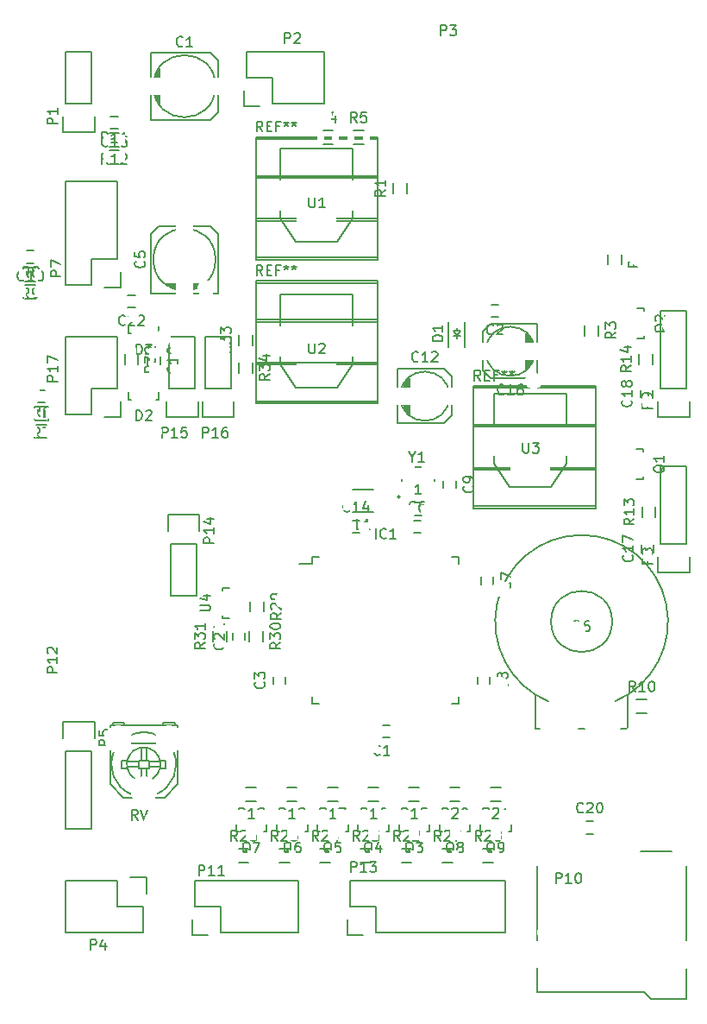
<source format=gbr>
G04 #@! TF.FileFunction,Legend,Top*
%FSLAX46Y46*%
G04 Gerber Fmt 4.6, Leading zero omitted, Abs format (unit mm)*
G04 Created by KiCad (PCBNEW 4.0.1-stable) date 18.06.2016 02:57:01*
%MOMM*%
G01*
G04 APERTURE LIST*
%ADD10C,0.100000*%
%ADD11C,0.150000*%
%ADD12R,1.100000X0.700000*%
%ADD13R,0.700000X1.100000*%
%ADD14R,1.000000X0.950000*%
%ADD15R,0.950000X1.000000*%
%ADD16R,1.600000X1.400000*%
%ADD17R,1.000100X1.000100*%
%ADD18R,3.857600X2.232000*%
%ADD19R,1.216000X2.232000*%
%ADD20R,2.000000X2.000000*%
%ADD21O,2.000000X2.000000*%
%ADD22R,2.232000X2.000000*%
%ADD23O,2.232000X2.000000*%
%ADD24R,1.800000X1.600000*%
%ADD25R,0.900000X1.800000*%
%ADD26R,1.400000X2.400000*%
%ADD27C,2.200000*%
%ADD28R,3.200000X4.200000*%
%ADD29R,1.300000X2.600000*%
%ADD30R,2.600000X1.300000*%
%ADD31R,1.100000X1.900000*%
%ADD32R,1.700000X0.750000*%
%ADD33R,0.750000X1.700000*%
%ADD34R,0.650000X0.790000*%
%ADD35R,3.199740X1.800200*%
%ADD36R,1.800200X3.799180*%
%ADD37R,3.799180X1.800200*%
%ADD38C,6.200000*%
%ADD39C,2.699360*%
%ADD40C,1.700000*%
G04 APERTURE END LIST*
D10*
D11*
X166875000Y-67500000D02*
X166875000Y-68500000D01*
X165525000Y-68500000D02*
X165525000Y-67500000D01*
X186575000Y-75500000D02*
X186575000Y-74500000D01*
X187925000Y-74500000D02*
X187925000Y-75500000D01*
X184325000Y-82450000D02*
X184325000Y-81450000D01*
X185675000Y-81450000D02*
X185675000Y-82450000D01*
X159600000Y-63675000D02*
X158600000Y-63675000D01*
X158600000Y-62325000D02*
X159600000Y-62325000D01*
X162600000Y-63675000D02*
X161600000Y-63675000D01*
X161600000Y-62325000D02*
X162600000Y-62325000D01*
X131479776Y-92519556D02*
X130479776Y-92519556D01*
X130479776Y-91169556D02*
X131479776Y-91169556D01*
X130479776Y-89469556D02*
X131479776Y-89469556D01*
X131479776Y-90819556D02*
X130479776Y-90819556D01*
X130379776Y-78819556D02*
X129379776Y-78819556D01*
X129379776Y-77469556D02*
X130379776Y-77469556D01*
X129379776Y-75769556D02*
X130379776Y-75769556D01*
X130379776Y-77119556D02*
X129379776Y-77119556D01*
X190400000Y-119475000D02*
X189400000Y-119475000D01*
X189400000Y-118125000D02*
X190400000Y-118125000D01*
X138614888Y-65647278D02*
X137614888Y-65647278D01*
X137614888Y-64297278D02*
X138614888Y-64297278D01*
X137614888Y-62597278D02*
X138614888Y-62597278D01*
X138614888Y-63947278D02*
X137614888Y-63947278D01*
X191275000Y-99260000D02*
X191275000Y-100260000D01*
X189925000Y-100260000D02*
X189925000Y-99260000D01*
X190975000Y-84260000D02*
X190975000Y-85260000D01*
X189625000Y-85260000D02*
X189625000Y-84260000D01*
X167054519Y-126767121D02*
X168054519Y-126767121D01*
X168054519Y-128117121D02*
X167054519Y-128117121D01*
X163054519Y-126767121D02*
X164054519Y-126767121D01*
X164054519Y-128117121D02*
X163054519Y-128117121D01*
X159054519Y-126767121D02*
X160054519Y-126767121D01*
X160054519Y-128117121D02*
X159054519Y-128117121D01*
X155054519Y-126767121D02*
X156054519Y-126767121D01*
X156054519Y-128117121D02*
X155054519Y-128117121D01*
X151054519Y-126767121D02*
X152054519Y-126767121D01*
X152054519Y-128117121D02*
X151054519Y-128117121D01*
X171054519Y-126767121D02*
X172054519Y-126767121D01*
X172054519Y-128117121D02*
X171054519Y-128117121D01*
X175054519Y-126767121D02*
X176054519Y-126767121D01*
X176054519Y-128117121D02*
X175054519Y-128117121D01*
X167304519Y-134117121D02*
X166304519Y-134117121D01*
X166304519Y-132767121D02*
X167304519Y-132767121D01*
X163304519Y-134117121D02*
X162304519Y-134117121D01*
X162304519Y-132767121D02*
X163304519Y-132767121D01*
X159304519Y-134117121D02*
X158304519Y-134117121D01*
X158304519Y-132767121D02*
X159304519Y-132767121D01*
X155304519Y-134117121D02*
X154304519Y-134117121D01*
X154304519Y-132767121D02*
X155304519Y-132767121D01*
X151304519Y-134117121D02*
X150304519Y-134117121D01*
X150304519Y-132767121D02*
X151304519Y-132767121D01*
X171304519Y-134117121D02*
X170304519Y-134117121D01*
X170304519Y-132767121D02*
X171304519Y-132767121D01*
X175304519Y-134117121D02*
X174304519Y-134117121D01*
X174304519Y-132767121D02*
X175304519Y-132767121D01*
X151475824Y-109524652D02*
X151475824Y-108524652D01*
X152825824Y-108524652D02*
X152825824Y-109524652D01*
X151398102Y-112424652D02*
X151398102Y-111424652D01*
X152748102Y-111424652D02*
X152748102Y-112424652D01*
X149125824Y-111424652D02*
X149125824Y-112424652D01*
X147775824Y-112424652D02*
X147775824Y-111424652D01*
X139125000Y-85300000D02*
X139125000Y-84300000D01*
X140475000Y-84300000D02*
X140475000Y-85300000D01*
X151675000Y-82400000D02*
X151675000Y-83400000D01*
X150325000Y-83400000D02*
X150325000Y-82400000D01*
X150325000Y-86100000D02*
X150325000Y-85100000D01*
X151675000Y-85100000D02*
X151675000Y-86100000D01*
X175850000Y-80600000D02*
X175150000Y-80600000D01*
X175150000Y-79400000D02*
X175850000Y-79400000D01*
X153743887Y-116616741D02*
X153743887Y-115916741D01*
X154943887Y-115916741D02*
X154943887Y-116616741D01*
X131329776Y-89044556D02*
X130629776Y-89044556D01*
X130629776Y-87844556D02*
X131329776Y-87844556D01*
X167493887Y-100566741D02*
X168193887Y-100566741D01*
X168193887Y-101766741D02*
X167493887Y-101766741D01*
X175300000Y-106150000D02*
X175300000Y-106850000D01*
X174100000Y-106850000D02*
X174100000Y-106150000D01*
X175000000Y-115950000D02*
X175000000Y-116650000D01*
X173800000Y-116650000D02*
X173800000Y-115950000D01*
X171643887Y-96716741D02*
X171643887Y-97416741D01*
X170443887Y-97416741D02*
X170443887Y-96716741D01*
X130229776Y-75344556D02*
X129529776Y-75344556D01*
X129529776Y-74144556D02*
X130229776Y-74144556D01*
X165193887Y-121866741D02*
X164493887Y-121866741D01*
X164493887Y-120666741D02*
X165193887Y-120666741D01*
X167593887Y-98866741D02*
X168293887Y-98866741D01*
X168293887Y-100066741D02*
X167593887Y-100066741D01*
X161493887Y-100566741D02*
X162193887Y-100566741D01*
X162193887Y-101766741D02*
X161493887Y-101766741D01*
X138464888Y-62172278D02*
X137764888Y-62172278D01*
X137764888Y-60972278D02*
X138464888Y-60972278D01*
X189900000Y-103710000D02*
X189900000Y-103010000D01*
X191100000Y-103010000D02*
X191100000Y-103710000D01*
X189800000Y-88510000D02*
X189800000Y-87810000D01*
X191000000Y-87810000D02*
X191000000Y-88510000D01*
X142600000Y-84550000D02*
X142600000Y-85250000D01*
X141400000Y-85250000D02*
X141400000Y-84550000D01*
X149750824Y-112324652D02*
X149750824Y-111624652D01*
X150950824Y-111624652D02*
X150950824Y-112324652D01*
X140150000Y-79700000D02*
X139450000Y-79700000D01*
X139450000Y-78500000D02*
X140150000Y-78500000D01*
X166185308Y-98266741D02*
G75*
G03X166185308Y-98266741I-141421J0D01*
G01*
X166343887Y-95366741D02*
X169543887Y-95366741D01*
X169543887Y-95366741D02*
X169543887Y-97966741D01*
X169543887Y-97966741D02*
X166343887Y-97966741D01*
X166343887Y-97966741D02*
X166343887Y-95366741D01*
X148699824Y-107375492D02*
X148699824Y-107423752D01*
X149400864Y-110174472D02*
X148699824Y-110174472D01*
X148699824Y-110174472D02*
X148699824Y-109925552D01*
X148699824Y-107375492D02*
X148699824Y-107174832D01*
X148699824Y-107174832D02*
X149400864Y-107174832D01*
X182556000Y-91226000D02*
X182556000Y-88178000D01*
X182556000Y-88178000D02*
X175444000Y-88178000D01*
X175444000Y-88178000D02*
X175444000Y-91226000D01*
X182556000Y-94274000D02*
X182556000Y-95036000D01*
X182556000Y-95036000D02*
X181032000Y-97322000D01*
X181032000Y-97322000D02*
X176968000Y-97322000D01*
X176968000Y-97322000D02*
X175444000Y-95036000D01*
X175444000Y-95036000D02*
X175444000Y-94274000D01*
X161556000Y-81476000D02*
X161556000Y-78428000D01*
X161556000Y-78428000D02*
X154444000Y-78428000D01*
X154444000Y-78428000D02*
X154444000Y-81476000D01*
X161556000Y-84524000D02*
X161556000Y-85286000D01*
X161556000Y-85286000D02*
X160032000Y-87572000D01*
X160032000Y-87572000D02*
X155968000Y-87572000D01*
X155968000Y-87572000D02*
X154444000Y-85286000D01*
X154444000Y-85286000D02*
X154444000Y-84524000D01*
X161556000Y-67174000D02*
X161556000Y-64126000D01*
X161556000Y-64126000D02*
X154444000Y-64126000D01*
X154444000Y-64126000D02*
X154444000Y-67174000D01*
X161556000Y-70222000D02*
X161556000Y-70984000D01*
X161556000Y-70984000D02*
X160032000Y-73270000D01*
X160032000Y-73270000D02*
X155968000Y-73270000D01*
X155968000Y-73270000D02*
X154444000Y-70984000D01*
X154444000Y-70984000D02*
X154444000Y-70222000D01*
X174255359Y-131092361D02*
X174303619Y-131092361D01*
X177054339Y-130391321D02*
X177054339Y-131092361D01*
X177054339Y-131092361D02*
X176805419Y-131092361D01*
X174255359Y-131092361D02*
X174054699Y-131092361D01*
X174054699Y-131092361D02*
X174054699Y-130391321D01*
X170255359Y-131092361D02*
X170303619Y-131092361D01*
X173054339Y-130391321D02*
X173054339Y-131092361D01*
X173054339Y-131092361D02*
X172805419Y-131092361D01*
X170255359Y-131092361D02*
X170054699Y-131092361D01*
X170054699Y-131092361D02*
X170054699Y-130391321D01*
X150255359Y-131092361D02*
X150303619Y-131092361D01*
X153054339Y-130391321D02*
X153054339Y-131092361D01*
X153054339Y-131092361D02*
X152805419Y-131092361D01*
X150255359Y-131092361D02*
X150054699Y-131092361D01*
X150054699Y-131092361D02*
X150054699Y-130391321D01*
X154305359Y-131093121D02*
X154353619Y-131093121D01*
X157104339Y-130392081D02*
X157104339Y-131093121D01*
X157104339Y-131093121D02*
X156855419Y-131093121D01*
X154305359Y-131093121D02*
X154104699Y-131093121D01*
X154104699Y-131093121D02*
X154104699Y-130392081D01*
X158255359Y-131092361D02*
X158303619Y-131092361D01*
X161054339Y-130391321D02*
X161054339Y-131092361D01*
X161054339Y-131092361D02*
X160805419Y-131092361D01*
X158255359Y-131092361D02*
X158054699Y-131092361D01*
X158054699Y-131092361D02*
X158054699Y-130391321D01*
X162255359Y-131092361D02*
X162303619Y-131092361D01*
X165054339Y-130391321D02*
X165054339Y-131092361D01*
X165054339Y-131092361D02*
X164805419Y-131092361D01*
X162255359Y-131092361D02*
X162054699Y-131092361D01*
X162054699Y-131092361D02*
X162054699Y-130391321D01*
X166255359Y-131092361D02*
X166303619Y-131092361D01*
X169054339Y-130391321D02*
X169054339Y-131092361D01*
X169054339Y-131092361D02*
X168805419Y-131092361D01*
X166255359Y-131092361D02*
X166054699Y-131092361D01*
X166054699Y-131092361D02*
X166054699Y-130391321D01*
X190150240Y-82559160D02*
X190150240Y-82510900D01*
X189449200Y-79760180D02*
X190150240Y-79760180D01*
X190150240Y-79760180D02*
X190150240Y-80009100D01*
X190150240Y-82559160D02*
X190150240Y-82759820D01*
X190150240Y-82759820D02*
X189449200Y-82759820D01*
X190050240Y-96359160D02*
X190050240Y-96310900D01*
X189349200Y-93560180D02*
X190050240Y-93560180D01*
X190050240Y-93560180D02*
X190050240Y-93809100D01*
X190050240Y-96359160D02*
X190050240Y-96559820D01*
X190050240Y-96559820D02*
X189349200Y-96559820D01*
X138430000Y-82550000D02*
X138430000Y-87630000D01*
X138710000Y-90450000D02*
X138710000Y-88900000D01*
X135890000Y-90170000D02*
X135890000Y-87630000D01*
X135890000Y-87630000D02*
X138430000Y-87630000D01*
X138430000Y-82550000D02*
X133350000Y-82550000D01*
X133350000Y-82550000D02*
X133350000Y-87630000D01*
X138710000Y-90450000D02*
X137160000Y-90450000D01*
X133350000Y-90170000D02*
X135890000Y-90170000D01*
X133350000Y-87630000D02*
X133350000Y-90170000D01*
X146744888Y-88900000D02*
X146744888Y-90450000D01*
X146744888Y-90450000D02*
X149844888Y-90450000D01*
X149844888Y-90450000D02*
X149844888Y-88900000D01*
X147024888Y-87630000D02*
X147024888Y-82550000D01*
X147024888Y-82550000D02*
X149564888Y-82550000D01*
X149564888Y-82550000D02*
X149564888Y-87630000D01*
X149564888Y-87630000D02*
X147024888Y-87630000D01*
X143230000Y-88900000D02*
X143230000Y-90450000D01*
X143230000Y-90450000D02*
X146330000Y-90450000D01*
X146330000Y-90450000D02*
X146330000Y-88900000D01*
X143510000Y-87630000D02*
X143510000Y-82550000D01*
X143510000Y-82550000D02*
X146050000Y-82550000D01*
X146050000Y-82550000D02*
X146050000Y-87630000D01*
X146050000Y-87630000D02*
X143510000Y-87630000D01*
X146466000Y-101600000D02*
X146466000Y-100050000D01*
X146466000Y-100050000D02*
X143366000Y-100050000D01*
X143366000Y-100050000D02*
X143366000Y-101600000D01*
X146186000Y-102870000D02*
X146186000Y-107950000D01*
X146186000Y-107950000D02*
X143646000Y-107950000D01*
X143646000Y-107950000D02*
X143646000Y-102870000D01*
X143646000Y-102870000D02*
X146186000Y-102870000D01*
X176530000Y-135890000D02*
X161290000Y-135890000D01*
X163830000Y-140970000D02*
X176530000Y-140970000D01*
X176530000Y-135890000D02*
X176530000Y-140970000D01*
X161290000Y-135890000D02*
X161290000Y-138430000D01*
X162560000Y-141250000D02*
X161010000Y-141250000D01*
X161290000Y-138430000D02*
X163830000Y-138430000D01*
X163830000Y-138430000D02*
X163830000Y-140970000D01*
X161010000Y-141250000D02*
X161010000Y-139700000D01*
X148590000Y-140970000D02*
X156210000Y-140970000D01*
X156210000Y-140970000D02*
X156210000Y-135890000D01*
X156210000Y-135890000D02*
X146050000Y-135890000D01*
X146050000Y-135890000D02*
X146050000Y-138430000D01*
X147320000Y-141250000D02*
X145770000Y-141250000D01*
X146050000Y-138430000D02*
X148590000Y-138430000D01*
X148590000Y-138430000D02*
X148590000Y-140970000D01*
X145770000Y-141250000D02*
X145770000Y-139700000D01*
X179600000Y-146799000D02*
X190100000Y-146799000D01*
X190799000Y-147500000D02*
X194300000Y-147500000D01*
X179600000Y-141753000D02*
X179600000Y-134451000D01*
X194300000Y-134451000D02*
X194300000Y-141753000D01*
X192826000Y-133000000D02*
X189809000Y-133000000D01*
X190799000Y-147500000D02*
X190100000Y-146799000D01*
X179600000Y-146799000D02*
X179600000Y-144452000D01*
X194300000Y-144521000D02*
X194300000Y-147500000D01*
X191770000Y-87630000D02*
X191770000Y-80010000D01*
X194310000Y-87630000D02*
X194310000Y-80010000D01*
X194590000Y-90450000D02*
X194590000Y-88900000D01*
X191770000Y-80010000D02*
X194310000Y-80010000D01*
X194310000Y-87630000D02*
X191770000Y-87630000D01*
X191490000Y-88900000D02*
X191490000Y-90450000D01*
X191490000Y-90450000D02*
X194590000Y-90450000D01*
X191770000Y-102870000D02*
X191770000Y-95250000D01*
X194310000Y-102870000D02*
X194310000Y-95250000D01*
X194590000Y-105690000D02*
X194590000Y-104140000D01*
X191770000Y-95250000D02*
X194310000Y-95250000D01*
X194310000Y-102870000D02*
X191770000Y-102870000D01*
X191490000Y-104140000D02*
X191490000Y-105690000D01*
X191490000Y-105690000D02*
X194590000Y-105690000D01*
X138430000Y-74930000D02*
X138430000Y-67310000D01*
X138430000Y-67310000D02*
X133350000Y-67310000D01*
X133350000Y-67310000D02*
X133350000Y-77470000D01*
X133350000Y-77470000D02*
X135890000Y-77470000D01*
X138710000Y-76200000D02*
X138710000Y-77750000D01*
X135890000Y-77470000D02*
X135890000Y-74930000D01*
X135890000Y-74930000D02*
X138430000Y-74930000D01*
X138710000Y-77750000D02*
X137160000Y-77750000D01*
X188500000Y-121001000D02*
X188500000Y-117713000D01*
X187811000Y-121001000D02*
X188500000Y-121001000D01*
X183683000Y-121001000D02*
X184317000Y-121001000D01*
X179872000Y-121001000D02*
X179500000Y-121001000D01*
X179500000Y-117736000D02*
X179500000Y-121001000D01*
X187309009Y-118312939D02*
G75*
G03X180722000Y-118326000I-3309009J7812939D01*
G01*
X187000000Y-110500000D02*
G75*
G03X187000000Y-110500000I-3000000J0D01*
G01*
X135890000Y-123190000D02*
X135890000Y-130810000D01*
X133350000Y-123190000D02*
X133350000Y-130810000D01*
X133070000Y-120370000D02*
X133070000Y-121920000D01*
X135890000Y-130810000D02*
X133350000Y-130810000D01*
X133350000Y-123190000D02*
X135890000Y-123190000D01*
X136170000Y-121920000D02*
X136170000Y-120370000D01*
X136170000Y-120370000D02*
X133070000Y-120370000D01*
X133350000Y-135890000D02*
X138430000Y-135890000D01*
X141250000Y-135610000D02*
X139700000Y-135610000D01*
X140970000Y-138430000D02*
X138430000Y-138430000D01*
X138430000Y-138430000D02*
X138430000Y-135890000D01*
X133350000Y-135890000D02*
X133350000Y-140970000D01*
X133350000Y-140970000D02*
X138430000Y-140970000D01*
X141250000Y-135610000D02*
X141250000Y-137160000D01*
X140970000Y-140970000D02*
X140970000Y-138430000D01*
X138430000Y-140970000D02*
X140970000Y-140970000D01*
X158750000Y-59690000D02*
X153670000Y-59690000D01*
X150850000Y-59970000D02*
X152400000Y-59970000D01*
X151130000Y-57150000D02*
X153670000Y-57150000D01*
X153670000Y-57150000D02*
X153670000Y-59690000D01*
X158750000Y-59690000D02*
X158750000Y-54610000D01*
X158750000Y-54610000D02*
X153670000Y-54610000D01*
X150850000Y-59970000D02*
X150850000Y-58420000D01*
X151130000Y-54610000D02*
X151130000Y-57150000D01*
X153670000Y-54610000D02*
X151130000Y-54610000D01*
X161543887Y-97591741D02*
X163543887Y-97591741D01*
X163543887Y-99741741D02*
X161543887Y-99741741D01*
X157568887Y-104191741D02*
X157568887Y-104866741D01*
X171918887Y-104191741D02*
X171918887Y-104866741D01*
X171918887Y-118541741D02*
X171918887Y-117866741D01*
X157568887Y-118541741D02*
X157568887Y-117866741D01*
X157568887Y-104191741D02*
X158243887Y-104191741D01*
X157568887Y-118541741D02*
X158243887Y-118541741D01*
X171918887Y-118541741D02*
X171243887Y-118541741D01*
X171918887Y-104191741D02*
X171243887Y-104191741D01*
X157568887Y-104866741D02*
X156293887Y-104866741D01*
X139700840Y-82251000D02*
X139749100Y-82251000D01*
X142499820Y-81549960D02*
X142499820Y-82251000D01*
X142499820Y-82251000D02*
X142250900Y-82251000D01*
X139700840Y-82251000D02*
X139500180Y-82251000D01*
X139500180Y-82251000D02*
X139500180Y-81549960D01*
X139695728Y-88722518D02*
X139743988Y-88722518D01*
X142494708Y-88021478D02*
X142494708Y-88722518D01*
X142494708Y-88722518D02*
X142245788Y-88722518D01*
X139695728Y-88722518D02*
X139495068Y-88722518D01*
X139495068Y-88722518D02*
X139495068Y-88021478D01*
X171750000Y-82000000D02*
X171750000Y-81750000D01*
X171750000Y-82500000D02*
X171750000Y-82750000D01*
X171750000Y-82500000D02*
X171400000Y-82000000D01*
X171400000Y-82000000D02*
X172100000Y-82000000D01*
X172100000Y-82000000D02*
X171750000Y-82500000D01*
X171400000Y-82500000D02*
X172100000Y-82500000D01*
X172550000Y-83550000D02*
X172550000Y-81150000D01*
X170950000Y-83550000D02*
X170950000Y-81150000D01*
X179286000Y-84635000D02*
X179286000Y-83238000D01*
X179159000Y-84889000D02*
X179159000Y-83111000D01*
X179032000Y-85270000D02*
X179032000Y-82730000D01*
X178905000Y-82603000D02*
X178905000Y-85397000D01*
X178778000Y-85524000D02*
X178778000Y-82476000D01*
X178651000Y-82349000D02*
X178651000Y-85651000D01*
X178524000Y-85778000D02*
X178524000Y-82222000D01*
X179667000Y-86667000D02*
X175095000Y-86667000D01*
X175095000Y-86667000D02*
X174333000Y-85905000D01*
X174333000Y-85905000D02*
X174333000Y-82095000D01*
X174333000Y-82095000D02*
X175095000Y-81333000D01*
X175095000Y-81333000D02*
X179667000Y-81333000D01*
X179667000Y-81333000D02*
X179667000Y-86667000D01*
X174841000Y-84000000D02*
X175603000Y-84000000D01*
X175222000Y-84381000D02*
X175222000Y-83619000D01*
X179413000Y-84000000D02*
G75*
G03X179413000Y-84000000I-2413000J0D01*
G01*
X166314000Y-87765000D02*
X166314000Y-89162000D01*
X166441000Y-87511000D02*
X166441000Y-89289000D01*
X166568000Y-87130000D02*
X166568000Y-89670000D01*
X166695000Y-89797000D02*
X166695000Y-87003000D01*
X166822000Y-86876000D02*
X166822000Y-89924000D01*
X166949000Y-90051000D02*
X166949000Y-86749000D01*
X167076000Y-86622000D02*
X167076000Y-90178000D01*
X165933000Y-85733000D02*
X170505000Y-85733000D01*
X170505000Y-85733000D02*
X171267000Y-86495000D01*
X171267000Y-86495000D02*
X171267000Y-90305000D01*
X171267000Y-90305000D02*
X170505000Y-91067000D01*
X170505000Y-91067000D02*
X165933000Y-91067000D01*
X165933000Y-91067000D02*
X165933000Y-85733000D01*
X170759000Y-88400000D02*
X169997000Y-88400000D01*
X170378000Y-88019000D02*
X170378000Y-88781000D01*
X171013000Y-88400000D02*
G75*
G03X171013000Y-88400000I-2413000J0D01*
G01*
X144238000Y-77921000D02*
X145762000Y-77921000D01*
X146143000Y-77794000D02*
X143857000Y-77794000D01*
X143603000Y-77667000D02*
X146397000Y-77667000D01*
X146651000Y-77540000D02*
X143349000Y-77540000D01*
X143222000Y-77413000D02*
X146778000Y-77413000D01*
X141698000Y-78302000D02*
X148302000Y-78302000D01*
X148302000Y-78302000D02*
X148302000Y-72460000D01*
X148302000Y-72460000D02*
X147540000Y-71698000D01*
X147540000Y-71698000D02*
X142460000Y-71698000D01*
X142460000Y-71698000D02*
X141698000Y-72460000D01*
X141698000Y-72460000D02*
X141698000Y-78302000D01*
X145000000Y-72841000D02*
X145000000Y-73603000D01*
X144619000Y-73222000D02*
X145381000Y-73222000D01*
X148048000Y-75000000D02*
G75*
G03X148048000Y-75000000I-3048000J0D01*
G01*
X142079000Y-57238000D02*
X142079000Y-58762000D01*
X142206000Y-59143000D02*
X142206000Y-56857000D01*
X142333000Y-56603000D02*
X142333000Y-59397000D01*
X142460000Y-59651000D02*
X142460000Y-56349000D01*
X142587000Y-56222000D02*
X142587000Y-59778000D01*
X141698000Y-54698000D02*
X141698000Y-61302000D01*
X141698000Y-61302000D02*
X147540000Y-61302000D01*
X147540000Y-61302000D02*
X148302000Y-60540000D01*
X148302000Y-60540000D02*
X148302000Y-55460000D01*
X148302000Y-55460000D02*
X147540000Y-54698000D01*
X147540000Y-54698000D02*
X141698000Y-54698000D01*
X147159000Y-58000000D02*
X146397000Y-58000000D01*
X146778000Y-57619000D02*
X146778000Y-58381000D01*
X148048000Y-58000000D02*
G75*
G03X148048000Y-58000000I-3048000J0D01*
G01*
X184450000Y-130100000D02*
X185150000Y-130100000D01*
X185150000Y-131300000D02*
X184450000Y-131300000D01*
X141254640Y-124880360D02*
X141254640Y-125642360D01*
X140746640Y-124880360D02*
X140746640Y-125642360D01*
X141254640Y-122848360D02*
G75*
G03X139349640Y-124245360I-254000J-1651000D01*
G01*
X142651640Y-124372360D02*
G75*
G03X140873640Y-122848360I-1651000J-127000D01*
G01*
X139603640Y-123610360D02*
G75*
G03X140111640Y-125896360I1397000J-889000D01*
G01*
X141889640Y-125896360D02*
G75*
G03X142397640Y-123610360I-889000J1397000D01*
G01*
X144302640Y-120689360D02*
X144302640Y-120816360D01*
X144302640Y-124499360D02*
X144302640Y-123102360D01*
X137698640Y-120689360D02*
X137698640Y-120816360D01*
X137698640Y-124499360D02*
X137698640Y-123102360D01*
X142143640Y-121578360D02*
X141762640Y-121451360D01*
X141762640Y-121451360D02*
X141000640Y-121324360D01*
X141000640Y-121324360D02*
X140238640Y-121451360D01*
X140238640Y-121451360D02*
X139857640Y-121578360D01*
X142270640Y-122467360D02*
X139730640Y-122467360D01*
X138079640Y-123229360D02*
G75*
G03X139730640Y-127420360I2921000J-1270000D01*
G01*
X142270640Y-127420360D02*
G75*
G03X143921640Y-123229360I-1270000J2921000D01*
G01*
X138968640Y-127801360D02*
X139857640Y-127801360D01*
X142143640Y-127801360D02*
X143032640Y-127801360D01*
X139349640Y-124880360D02*
X138841640Y-124880360D01*
X138841640Y-124880360D02*
X138841640Y-124118360D01*
X138841640Y-124118360D02*
X139349640Y-124118360D01*
X142651640Y-124880360D02*
X143159640Y-124880360D01*
X143159640Y-124880360D02*
X143159640Y-124118360D01*
X143159640Y-124118360D02*
X142651640Y-124118360D01*
X140492640Y-124245360D02*
X139349640Y-124245360D01*
X140492640Y-124753360D02*
X139349640Y-124753360D01*
X141508640Y-124245360D02*
X142651640Y-124245360D01*
X141508640Y-124753360D02*
X142651640Y-124753360D01*
X140746640Y-124118360D02*
X140746640Y-122848360D01*
X141254640Y-124118360D02*
X141254640Y-122848360D01*
X141508640Y-124880360D02*
X141508640Y-124118360D01*
X141508640Y-124118360D02*
X140492640Y-124118360D01*
X140492640Y-124118360D02*
X140492640Y-124880360D01*
X140492640Y-124880360D02*
X141508640Y-124880360D01*
X143032640Y-127801360D02*
X144302640Y-126404360D01*
X144302640Y-126404360D02*
X144302640Y-124499360D01*
X138968640Y-127801360D02*
X137698640Y-126404360D01*
X137698640Y-126404360D02*
X137698640Y-124499360D01*
X137952640Y-120689360D02*
X137952640Y-120435360D01*
X137952640Y-120435360D02*
X139095640Y-120435360D01*
X139095640Y-120435360D02*
X139095640Y-120689360D01*
X144048640Y-120689360D02*
X144048640Y-120435360D01*
X144048640Y-120435360D02*
X142905640Y-120435360D01*
X142905640Y-120435360D02*
X142905640Y-120689360D01*
X144302640Y-120689360D02*
X137698640Y-120689360D01*
X152000000Y-88900000D02*
X164000000Y-88900000D01*
X152000000Y-85300000D02*
X164000000Y-85300000D01*
X152000000Y-80900000D02*
X164000000Y-80900000D01*
X152000000Y-77300000D02*
X164000000Y-77300000D01*
X152000000Y-85100000D02*
X164000000Y-85100000D01*
X152000000Y-81100000D02*
X164000000Y-81100000D01*
X152000000Y-89100000D02*
X152000000Y-77100000D01*
X164000000Y-89100000D02*
X152000000Y-89100000D01*
X164000000Y-77100000D02*
X164000000Y-89100000D01*
X152000000Y-77100000D02*
X164000000Y-77100000D01*
X152000000Y-74800000D02*
X164000000Y-74800000D01*
X152000000Y-71200000D02*
X164000000Y-71200000D01*
X152000000Y-66800000D02*
X164000000Y-66800000D01*
X152000000Y-63200000D02*
X164000000Y-63200000D01*
X152000000Y-71000000D02*
X164000000Y-71000000D01*
X152000000Y-67000000D02*
X164000000Y-67000000D01*
X152000000Y-75000000D02*
X152000000Y-63000000D01*
X164000000Y-75000000D02*
X152000000Y-75000000D01*
X164000000Y-63000000D02*
X164000000Y-75000000D01*
X152000000Y-63000000D02*
X164000000Y-63000000D01*
X173400000Y-99200000D02*
X185400000Y-99200000D01*
X173400000Y-95600000D02*
X185400000Y-95600000D01*
X173400000Y-91200000D02*
X185400000Y-91200000D01*
X173400000Y-87600000D02*
X185400000Y-87600000D01*
X173400000Y-95400000D02*
X185400000Y-95400000D01*
X173400000Y-91400000D02*
X185400000Y-91400000D01*
X173400000Y-99400000D02*
X173400000Y-87400000D01*
X185400000Y-99400000D02*
X173400000Y-99400000D01*
X185400000Y-87400000D02*
X185400000Y-99400000D01*
X173400000Y-87400000D02*
X185400000Y-87400000D01*
X133070000Y-60960000D02*
X133070000Y-62510000D01*
X133070000Y-62510000D02*
X136170000Y-62510000D01*
X136170000Y-62510000D02*
X136170000Y-60960000D01*
X133350000Y-59690000D02*
X133350000Y-54610000D01*
X133350000Y-54610000D02*
X135890000Y-54610000D01*
X135890000Y-54610000D02*
X135890000Y-59690000D01*
X135890000Y-59690000D02*
X133350000Y-59690000D01*
X164752381Y-68166666D02*
X164276190Y-68500000D01*
X164752381Y-68738095D02*
X163752381Y-68738095D01*
X163752381Y-68357142D01*
X163800000Y-68261904D01*
X163847619Y-68214285D01*
X163942857Y-68166666D01*
X164085714Y-68166666D01*
X164180952Y-68214285D01*
X164228571Y-68261904D01*
X164276190Y-68357142D01*
X164276190Y-68738095D01*
X164752381Y-67214285D02*
X164752381Y-67785714D01*
X164752381Y-67500000D02*
X163752381Y-67500000D01*
X163895238Y-67595238D01*
X163990476Y-67690476D01*
X164038095Y-67785714D01*
X189602381Y-75166666D02*
X189126190Y-75500000D01*
X189602381Y-75738095D02*
X188602381Y-75738095D01*
X188602381Y-75357142D01*
X188650000Y-75261904D01*
X188697619Y-75214285D01*
X188792857Y-75166666D01*
X188935714Y-75166666D01*
X189030952Y-75214285D01*
X189078571Y-75261904D01*
X189126190Y-75357142D01*
X189126190Y-75738095D01*
X188697619Y-74785714D02*
X188650000Y-74738095D01*
X188602381Y-74642857D01*
X188602381Y-74404761D01*
X188650000Y-74309523D01*
X188697619Y-74261904D01*
X188792857Y-74214285D01*
X188888095Y-74214285D01*
X189030952Y-74261904D01*
X189602381Y-74833333D01*
X189602381Y-74214285D01*
X187352381Y-82116666D02*
X186876190Y-82450000D01*
X187352381Y-82688095D02*
X186352381Y-82688095D01*
X186352381Y-82307142D01*
X186400000Y-82211904D01*
X186447619Y-82164285D01*
X186542857Y-82116666D01*
X186685714Y-82116666D01*
X186780952Y-82164285D01*
X186828571Y-82211904D01*
X186876190Y-82307142D01*
X186876190Y-82688095D01*
X186352381Y-81783333D02*
X186352381Y-81164285D01*
X186733333Y-81497619D01*
X186733333Y-81354761D01*
X186780952Y-81259523D01*
X186828571Y-81211904D01*
X186923810Y-81164285D01*
X187161905Y-81164285D01*
X187257143Y-81211904D01*
X187304762Y-81259523D01*
X187352381Y-81354761D01*
X187352381Y-81640476D01*
X187304762Y-81735714D01*
X187257143Y-81783333D01*
X158933334Y-61552381D02*
X158600000Y-61076190D01*
X158361905Y-61552381D02*
X158361905Y-60552381D01*
X158742858Y-60552381D01*
X158838096Y-60600000D01*
X158885715Y-60647619D01*
X158933334Y-60742857D01*
X158933334Y-60885714D01*
X158885715Y-60980952D01*
X158838096Y-61028571D01*
X158742858Y-61076190D01*
X158361905Y-61076190D01*
X159790477Y-60885714D02*
X159790477Y-61552381D01*
X159552381Y-60504762D02*
X159314286Y-61219048D01*
X159933334Y-61219048D01*
X161933334Y-61552381D02*
X161600000Y-61076190D01*
X161361905Y-61552381D02*
X161361905Y-60552381D01*
X161742858Y-60552381D01*
X161838096Y-60600000D01*
X161885715Y-60647619D01*
X161933334Y-60742857D01*
X161933334Y-60885714D01*
X161885715Y-60980952D01*
X161838096Y-61028571D01*
X161742858Y-61076190D01*
X161361905Y-61076190D01*
X162838096Y-60552381D02*
X162361905Y-60552381D01*
X162314286Y-61028571D01*
X162361905Y-60980952D01*
X162457143Y-60933333D01*
X162695239Y-60933333D01*
X162790477Y-60980952D01*
X162838096Y-61028571D01*
X162885715Y-61123810D01*
X162885715Y-61361905D01*
X162838096Y-61457143D01*
X162790477Y-61504762D01*
X162695239Y-61552381D01*
X162457143Y-61552381D01*
X162361905Y-61504762D01*
X162314286Y-61457143D01*
X130813110Y-90396937D02*
X130479776Y-89920746D01*
X130241681Y-90396937D02*
X130241681Y-89396937D01*
X130622634Y-89396937D01*
X130717872Y-89444556D01*
X130765491Y-89492175D01*
X130813110Y-89587413D01*
X130813110Y-89730270D01*
X130765491Y-89825508D01*
X130717872Y-89873127D01*
X130622634Y-89920746D01*
X130241681Y-89920746D01*
X131670253Y-89396937D02*
X131479776Y-89396937D01*
X131384538Y-89444556D01*
X131336919Y-89492175D01*
X131241681Y-89635032D01*
X131194062Y-89825508D01*
X131194062Y-90206461D01*
X131241681Y-90301699D01*
X131289300Y-90349318D01*
X131384538Y-90396937D01*
X131575015Y-90396937D01*
X131670253Y-90349318D01*
X131717872Y-90301699D01*
X131765491Y-90206461D01*
X131765491Y-89968366D01*
X131717872Y-89873127D01*
X131670253Y-89825508D01*
X131575015Y-89777889D01*
X131384538Y-89777889D01*
X131289300Y-89825508D01*
X131241681Y-89873127D01*
X131194062Y-89968366D01*
X130813110Y-92496937D02*
X130479776Y-92020746D01*
X130241681Y-92496937D02*
X130241681Y-91496937D01*
X130622634Y-91496937D01*
X130717872Y-91544556D01*
X130765491Y-91592175D01*
X130813110Y-91687413D01*
X130813110Y-91830270D01*
X130765491Y-91925508D01*
X130717872Y-91973127D01*
X130622634Y-92020746D01*
X130241681Y-92020746D01*
X131146443Y-91496937D02*
X131813110Y-91496937D01*
X131384538Y-92496937D01*
X129713110Y-76696937D02*
X129379776Y-76220746D01*
X129141681Y-76696937D02*
X129141681Y-75696937D01*
X129522634Y-75696937D01*
X129617872Y-75744556D01*
X129665491Y-75792175D01*
X129713110Y-75887413D01*
X129713110Y-76030270D01*
X129665491Y-76125508D01*
X129617872Y-76173127D01*
X129522634Y-76220746D01*
X129141681Y-76220746D01*
X130284538Y-76125508D02*
X130189300Y-76077889D01*
X130141681Y-76030270D01*
X130094062Y-75935032D01*
X130094062Y-75887413D01*
X130141681Y-75792175D01*
X130189300Y-75744556D01*
X130284538Y-75696937D01*
X130475015Y-75696937D01*
X130570253Y-75744556D01*
X130617872Y-75792175D01*
X130665491Y-75887413D01*
X130665491Y-75935032D01*
X130617872Y-76030270D01*
X130570253Y-76077889D01*
X130475015Y-76125508D01*
X130284538Y-76125508D01*
X130189300Y-76173127D01*
X130141681Y-76220746D01*
X130094062Y-76315985D01*
X130094062Y-76506461D01*
X130141681Y-76601699D01*
X130189300Y-76649318D01*
X130284538Y-76696937D01*
X130475015Y-76696937D01*
X130570253Y-76649318D01*
X130617872Y-76601699D01*
X130665491Y-76506461D01*
X130665491Y-76315985D01*
X130617872Y-76220746D01*
X130570253Y-76173127D01*
X130475015Y-76125508D01*
X129713110Y-78796937D02*
X129379776Y-78320746D01*
X129141681Y-78796937D02*
X129141681Y-77796937D01*
X129522634Y-77796937D01*
X129617872Y-77844556D01*
X129665491Y-77892175D01*
X129713110Y-77987413D01*
X129713110Y-78130270D01*
X129665491Y-78225508D01*
X129617872Y-78273127D01*
X129522634Y-78320746D01*
X129141681Y-78320746D01*
X130189300Y-78796937D02*
X130379776Y-78796937D01*
X130475015Y-78749318D01*
X130522634Y-78701699D01*
X130617872Y-78558842D01*
X130665491Y-78368366D01*
X130665491Y-77987413D01*
X130617872Y-77892175D01*
X130570253Y-77844556D01*
X130475015Y-77796937D01*
X130284538Y-77796937D01*
X130189300Y-77844556D01*
X130141681Y-77892175D01*
X130094062Y-77987413D01*
X130094062Y-78225508D01*
X130141681Y-78320746D01*
X130189300Y-78368366D01*
X130284538Y-78415985D01*
X130475015Y-78415985D01*
X130570253Y-78368366D01*
X130617872Y-78320746D01*
X130665491Y-78225508D01*
X189257143Y-117352381D02*
X188923809Y-116876190D01*
X188685714Y-117352381D02*
X188685714Y-116352381D01*
X189066667Y-116352381D01*
X189161905Y-116400000D01*
X189209524Y-116447619D01*
X189257143Y-116542857D01*
X189257143Y-116685714D01*
X189209524Y-116780952D01*
X189161905Y-116828571D01*
X189066667Y-116876190D01*
X188685714Y-116876190D01*
X190209524Y-117352381D02*
X189638095Y-117352381D01*
X189923809Y-117352381D02*
X189923809Y-116352381D01*
X189828571Y-116495238D01*
X189733333Y-116590476D01*
X189638095Y-116638095D01*
X190828571Y-116352381D02*
X190923810Y-116352381D01*
X191019048Y-116400000D01*
X191066667Y-116447619D01*
X191114286Y-116542857D01*
X191161905Y-116733333D01*
X191161905Y-116971429D01*
X191114286Y-117161905D01*
X191066667Y-117257143D01*
X191019048Y-117304762D01*
X190923810Y-117352381D01*
X190828571Y-117352381D01*
X190733333Y-117304762D01*
X190685714Y-117257143D01*
X190638095Y-117161905D01*
X190590476Y-116971429D01*
X190590476Y-116733333D01*
X190638095Y-116542857D01*
X190685714Y-116447619D01*
X190733333Y-116400000D01*
X190828571Y-116352381D01*
X137472031Y-63524659D02*
X137138697Y-63048468D01*
X136900602Y-63524659D02*
X136900602Y-62524659D01*
X137281555Y-62524659D01*
X137376793Y-62572278D01*
X137424412Y-62619897D01*
X137472031Y-62715135D01*
X137472031Y-62857992D01*
X137424412Y-62953230D01*
X137376793Y-63000849D01*
X137281555Y-63048468D01*
X136900602Y-63048468D01*
X138424412Y-63524659D02*
X137852983Y-63524659D01*
X138138697Y-63524659D02*
X138138697Y-62524659D01*
X138043459Y-62667516D01*
X137948221Y-62762754D01*
X137852983Y-62810373D01*
X139376793Y-63524659D02*
X138805364Y-63524659D01*
X139091078Y-63524659D02*
X139091078Y-62524659D01*
X138995840Y-62667516D01*
X138900602Y-62762754D01*
X138805364Y-62810373D01*
X137472031Y-65624659D02*
X137138697Y-65148468D01*
X136900602Y-65624659D02*
X136900602Y-64624659D01*
X137281555Y-64624659D01*
X137376793Y-64672278D01*
X137424412Y-64719897D01*
X137472031Y-64815135D01*
X137472031Y-64957992D01*
X137424412Y-65053230D01*
X137376793Y-65100849D01*
X137281555Y-65148468D01*
X136900602Y-65148468D01*
X138424412Y-65624659D02*
X137852983Y-65624659D01*
X138138697Y-65624659D02*
X138138697Y-64624659D01*
X138043459Y-64767516D01*
X137948221Y-64862754D01*
X137852983Y-64910373D01*
X138805364Y-64719897D02*
X138852983Y-64672278D01*
X138948221Y-64624659D01*
X139186317Y-64624659D01*
X139281555Y-64672278D01*
X139329174Y-64719897D01*
X139376793Y-64815135D01*
X139376793Y-64910373D01*
X139329174Y-65053230D01*
X138757745Y-65624659D01*
X139376793Y-65624659D01*
X189152381Y-100402857D02*
X188676190Y-100736191D01*
X189152381Y-100974286D02*
X188152381Y-100974286D01*
X188152381Y-100593333D01*
X188200000Y-100498095D01*
X188247619Y-100450476D01*
X188342857Y-100402857D01*
X188485714Y-100402857D01*
X188580952Y-100450476D01*
X188628571Y-100498095D01*
X188676190Y-100593333D01*
X188676190Y-100974286D01*
X189152381Y-99450476D02*
X189152381Y-100021905D01*
X189152381Y-99736191D02*
X188152381Y-99736191D01*
X188295238Y-99831429D01*
X188390476Y-99926667D01*
X188438095Y-100021905D01*
X188152381Y-99117143D02*
X188152381Y-98498095D01*
X188533333Y-98831429D01*
X188533333Y-98688571D01*
X188580952Y-98593333D01*
X188628571Y-98545714D01*
X188723810Y-98498095D01*
X188961905Y-98498095D01*
X189057143Y-98545714D01*
X189104762Y-98593333D01*
X189152381Y-98688571D01*
X189152381Y-98974286D01*
X189104762Y-99069524D01*
X189057143Y-99117143D01*
X188852381Y-85402857D02*
X188376190Y-85736191D01*
X188852381Y-85974286D02*
X187852381Y-85974286D01*
X187852381Y-85593333D01*
X187900000Y-85498095D01*
X187947619Y-85450476D01*
X188042857Y-85402857D01*
X188185714Y-85402857D01*
X188280952Y-85450476D01*
X188328571Y-85498095D01*
X188376190Y-85593333D01*
X188376190Y-85974286D01*
X188852381Y-84450476D02*
X188852381Y-85021905D01*
X188852381Y-84736191D02*
X187852381Y-84736191D01*
X187995238Y-84831429D01*
X188090476Y-84926667D01*
X188138095Y-85021905D01*
X188185714Y-83593333D02*
X188852381Y-83593333D01*
X187804762Y-83831429D02*
X188519048Y-84069524D01*
X188519048Y-83450476D01*
X166911662Y-129794502D02*
X166578328Y-129318311D01*
X166340233Y-129794502D02*
X166340233Y-128794502D01*
X166721186Y-128794502D01*
X166816424Y-128842121D01*
X166864043Y-128889740D01*
X166911662Y-128984978D01*
X166911662Y-129127835D01*
X166864043Y-129223073D01*
X166816424Y-129270692D01*
X166721186Y-129318311D01*
X166340233Y-129318311D01*
X167864043Y-129794502D02*
X167292614Y-129794502D01*
X167578328Y-129794502D02*
X167578328Y-128794502D01*
X167483090Y-128937359D01*
X167387852Y-129032597D01*
X167292614Y-129080216D01*
X168768805Y-128794502D02*
X168292614Y-128794502D01*
X168244995Y-129270692D01*
X168292614Y-129223073D01*
X168387852Y-129175454D01*
X168625948Y-129175454D01*
X168721186Y-129223073D01*
X168768805Y-129270692D01*
X168816424Y-129365931D01*
X168816424Y-129604026D01*
X168768805Y-129699264D01*
X168721186Y-129746883D01*
X168625948Y-129794502D01*
X168387852Y-129794502D01*
X168292614Y-129746883D01*
X168244995Y-129699264D01*
X162911662Y-129794502D02*
X162578328Y-129318311D01*
X162340233Y-129794502D02*
X162340233Y-128794502D01*
X162721186Y-128794502D01*
X162816424Y-128842121D01*
X162864043Y-128889740D01*
X162911662Y-128984978D01*
X162911662Y-129127835D01*
X162864043Y-129223073D01*
X162816424Y-129270692D01*
X162721186Y-129318311D01*
X162340233Y-129318311D01*
X163864043Y-129794502D02*
X163292614Y-129794502D01*
X163578328Y-129794502D02*
X163578328Y-128794502D01*
X163483090Y-128937359D01*
X163387852Y-129032597D01*
X163292614Y-129080216D01*
X164721186Y-128794502D02*
X164530709Y-128794502D01*
X164435471Y-128842121D01*
X164387852Y-128889740D01*
X164292614Y-129032597D01*
X164244995Y-129223073D01*
X164244995Y-129604026D01*
X164292614Y-129699264D01*
X164340233Y-129746883D01*
X164435471Y-129794502D01*
X164625948Y-129794502D01*
X164721186Y-129746883D01*
X164768805Y-129699264D01*
X164816424Y-129604026D01*
X164816424Y-129365931D01*
X164768805Y-129270692D01*
X164721186Y-129223073D01*
X164625948Y-129175454D01*
X164435471Y-129175454D01*
X164340233Y-129223073D01*
X164292614Y-129270692D01*
X164244995Y-129365931D01*
X158911662Y-129794502D02*
X158578328Y-129318311D01*
X158340233Y-129794502D02*
X158340233Y-128794502D01*
X158721186Y-128794502D01*
X158816424Y-128842121D01*
X158864043Y-128889740D01*
X158911662Y-128984978D01*
X158911662Y-129127835D01*
X158864043Y-129223073D01*
X158816424Y-129270692D01*
X158721186Y-129318311D01*
X158340233Y-129318311D01*
X159864043Y-129794502D02*
X159292614Y-129794502D01*
X159578328Y-129794502D02*
X159578328Y-128794502D01*
X159483090Y-128937359D01*
X159387852Y-129032597D01*
X159292614Y-129080216D01*
X160197376Y-128794502D02*
X160864043Y-128794502D01*
X160435471Y-129794502D01*
X154911662Y-129794502D02*
X154578328Y-129318311D01*
X154340233Y-129794502D02*
X154340233Y-128794502D01*
X154721186Y-128794502D01*
X154816424Y-128842121D01*
X154864043Y-128889740D01*
X154911662Y-128984978D01*
X154911662Y-129127835D01*
X154864043Y-129223073D01*
X154816424Y-129270692D01*
X154721186Y-129318311D01*
X154340233Y-129318311D01*
X155864043Y-129794502D02*
X155292614Y-129794502D01*
X155578328Y-129794502D02*
X155578328Y-128794502D01*
X155483090Y-128937359D01*
X155387852Y-129032597D01*
X155292614Y-129080216D01*
X156435471Y-129223073D02*
X156340233Y-129175454D01*
X156292614Y-129127835D01*
X156244995Y-129032597D01*
X156244995Y-128984978D01*
X156292614Y-128889740D01*
X156340233Y-128842121D01*
X156435471Y-128794502D01*
X156625948Y-128794502D01*
X156721186Y-128842121D01*
X156768805Y-128889740D01*
X156816424Y-128984978D01*
X156816424Y-129032597D01*
X156768805Y-129127835D01*
X156721186Y-129175454D01*
X156625948Y-129223073D01*
X156435471Y-129223073D01*
X156340233Y-129270692D01*
X156292614Y-129318311D01*
X156244995Y-129413550D01*
X156244995Y-129604026D01*
X156292614Y-129699264D01*
X156340233Y-129746883D01*
X156435471Y-129794502D01*
X156625948Y-129794502D01*
X156721186Y-129746883D01*
X156768805Y-129699264D01*
X156816424Y-129604026D01*
X156816424Y-129413550D01*
X156768805Y-129318311D01*
X156721186Y-129270692D01*
X156625948Y-129223073D01*
X150911662Y-129794502D02*
X150578328Y-129318311D01*
X150340233Y-129794502D02*
X150340233Y-128794502D01*
X150721186Y-128794502D01*
X150816424Y-128842121D01*
X150864043Y-128889740D01*
X150911662Y-128984978D01*
X150911662Y-129127835D01*
X150864043Y-129223073D01*
X150816424Y-129270692D01*
X150721186Y-129318311D01*
X150340233Y-129318311D01*
X151864043Y-129794502D02*
X151292614Y-129794502D01*
X151578328Y-129794502D02*
X151578328Y-128794502D01*
X151483090Y-128937359D01*
X151387852Y-129032597D01*
X151292614Y-129080216D01*
X152340233Y-129794502D02*
X152530709Y-129794502D01*
X152625948Y-129746883D01*
X152673567Y-129699264D01*
X152768805Y-129556407D01*
X152816424Y-129365931D01*
X152816424Y-128984978D01*
X152768805Y-128889740D01*
X152721186Y-128842121D01*
X152625948Y-128794502D01*
X152435471Y-128794502D01*
X152340233Y-128842121D01*
X152292614Y-128889740D01*
X152244995Y-128984978D01*
X152244995Y-129223073D01*
X152292614Y-129318311D01*
X152340233Y-129365931D01*
X152435471Y-129413550D01*
X152625948Y-129413550D01*
X152721186Y-129365931D01*
X152768805Y-129318311D01*
X152816424Y-129223073D01*
X170911662Y-129794502D02*
X170578328Y-129318311D01*
X170340233Y-129794502D02*
X170340233Y-128794502D01*
X170721186Y-128794502D01*
X170816424Y-128842121D01*
X170864043Y-128889740D01*
X170911662Y-128984978D01*
X170911662Y-129127835D01*
X170864043Y-129223073D01*
X170816424Y-129270692D01*
X170721186Y-129318311D01*
X170340233Y-129318311D01*
X171292614Y-128889740D02*
X171340233Y-128842121D01*
X171435471Y-128794502D01*
X171673567Y-128794502D01*
X171768805Y-128842121D01*
X171816424Y-128889740D01*
X171864043Y-128984978D01*
X171864043Y-129080216D01*
X171816424Y-129223073D01*
X171244995Y-129794502D01*
X171864043Y-129794502D01*
X172483090Y-128794502D02*
X172578329Y-128794502D01*
X172673567Y-128842121D01*
X172721186Y-128889740D01*
X172768805Y-128984978D01*
X172816424Y-129175454D01*
X172816424Y-129413550D01*
X172768805Y-129604026D01*
X172721186Y-129699264D01*
X172673567Y-129746883D01*
X172578329Y-129794502D01*
X172483090Y-129794502D01*
X172387852Y-129746883D01*
X172340233Y-129699264D01*
X172292614Y-129604026D01*
X172244995Y-129413550D01*
X172244995Y-129175454D01*
X172292614Y-128984978D01*
X172340233Y-128889740D01*
X172387852Y-128842121D01*
X172483090Y-128794502D01*
X174911662Y-129794502D02*
X174578328Y-129318311D01*
X174340233Y-129794502D02*
X174340233Y-128794502D01*
X174721186Y-128794502D01*
X174816424Y-128842121D01*
X174864043Y-128889740D01*
X174911662Y-128984978D01*
X174911662Y-129127835D01*
X174864043Y-129223073D01*
X174816424Y-129270692D01*
X174721186Y-129318311D01*
X174340233Y-129318311D01*
X175292614Y-128889740D02*
X175340233Y-128842121D01*
X175435471Y-128794502D01*
X175673567Y-128794502D01*
X175768805Y-128842121D01*
X175816424Y-128889740D01*
X175864043Y-128984978D01*
X175864043Y-129080216D01*
X175816424Y-129223073D01*
X175244995Y-129794502D01*
X175864043Y-129794502D01*
X176816424Y-129794502D02*
X176244995Y-129794502D01*
X176530709Y-129794502D02*
X176530709Y-128794502D01*
X176435471Y-128937359D01*
X176340233Y-129032597D01*
X176244995Y-129080216D01*
X166161662Y-131994502D02*
X165828328Y-131518311D01*
X165590233Y-131994502D02*
X165590233Y-130994502D01*
X165971186Y-130994502D01*
X166066424Y-131042121D01*
X166114043Y-131089740D01*
X166161662Y-131184978D01*
X166161662Y-131327835D01*
X166114043Y-131423073D01*
X166066424Y-131470692D01*
X165971186Y-131518311D01*
X165590233Y-131518311D01*
X166542614Y-131089740D02*
X166590233Y-131042121D01*
X166685471Y-130994502D01*
X166923567Y-130994502D01*
X167018805Y-131042121D01*
X167066424Y-131089740D01*
X167114043Y-131184978D01*
X167114043Y-131280216D01*
X167066424Y-131423073D01*
X166494995Y-131994502D01*
X167114043Y-131994502D01*
X167494995Y-131089740D02*
X167542614Y-131042121D01*
X167637852Y-130994502D01*
X167875948Y-130994502D01*
X167971186Y-131042121D01*
X168018805Y-131089740D01*
X168066424Y-131184978D01*
X168066424Y-131280216D01*
X168018805Y-131423073D01*
X167447376Y-131994502D01*
X168066424Y-131994502D01*
X162161662Y-131994502D02*
X161828328Y-131518311D01*
X161590233Y-131994502D02*
X161590233Y-130994502D01*
X161971186Y-130994502D01*
X162066424Y-131042121D01*
X162114043Y-131089740D01*
X162161662Y-131184978D01*
X162161662Y-131327835D01*
X162114043Y-131423073D01*
X162066424Y-131470692D01*
X161971186Y-131518311D01*
X161590233Y-131518311D01*
X162542614Y-131089740D02*
X162590233Y-131042121D01*
X162685471Y-130994502D01*
X162923567Y-130994502D01*
X163018805Y-131042121D01*
X163066424Y-131089740D01*
X163114043Y-131184978D01*
X163114043Y-131280216D01*
X163066424Y-131423073D01*
X162494995Y-131994502D01*
X163114043Y-131994502D01*
X163447376Y-130994502D02*
X164066424Y-130994502D01*
X163733090Y-131375454D01*
X163875948Y-131375454D01*
X163971186Y-131423073D01*
X164018805Y-131470692D01*
X164066424Y-131565931D01*
X164066424Y-131804026D01*
X164018805Y-131899264D01*
X163971186Y-131946883D01*
X163875948Y-131994502D01*
X163590233Y-131994502D01*
X163494995Y-131946883D01*
X163447376Y-131899264D01*
X158161662Y-131994502D02*
X157828328Y-131518311D01*
X157590233Y-131994502D02*
X157590233Y-130994502D01*
X157971186Y-130994502D01*
X158066424Y-131042121D01*
X158114043Y-131089740D01*
X158161662Y-131184978D01*
X158161662Y-131327835D01*
X158114043Y-131423073D01*
X158066424Y-131470692D01*
X157971186Y-131518311D01*
X157590233Y-131518311D01*
X158542614Y-131089740D02*
X158590233Y-131042121D01*
X158685471Y-130994502D01*
X158923567Y-130994502D01*
X159018805Y-131042121D01*
X159066424Y-131089740D01*
X159114043Y-131184978D01*
X159114043Y-131280216D01*
X159066424Y-131423073D01*
X158494995Y-131994502D01*
X159114043Y-131994502D01*
X159971186Y-131327835D02*
X159971186Y-131994502D01*
X159733090Y-130946883D02*
X159494995Y-131661169D01*
X160114043Y-131661169D01*
X154161662Y-131994502D02*
X153828328Y-131518311D01*
X153590233Y-131994502D02*
X153590233Y-130994502D01*
X153971186Y-130994502D01*
X154066424Y-131042121D01*
X154114043Y-131089740D01*
X154161662Y-131184978D01*
X154161662Y-131327835D01*
X154114043Y-131423073D01*
X154066424Y-131470692D01*
X153971186Y-131518311D01*
X153590233Y-131518311D01*
X154542614Y-131089740D02*
X154590233Y-131042121D01*
X154685471Y-130994502D01*
X154923567Y-130994502D01*
X155018805Y-131042121D01*
X155066424Y-131089740D01*
X155114043Y-131184978D01*
X155114043Y-131280216D01*
X155066424Y-131423073D01*
X154494995Y-131994502D01*
X155114043Y-131994502D01*
X156018805Y-130994502D02*
X155542614Y-130994502D01*
X155494995Y-131470692D01*
X155542614Y-131423073D01*
X155637852Y-131375454D01*
X155875948Y-131375454D01*
X155971186Y-131423073D01*
X156018805Y-131470692D01*
X156066424Y-131565931D01*
X156066424Y-131804026D01*
X156018805Y-131899264D01*
X155971186Y-131946883D01*
X155875948Y-131994502D01*
X155637852Y-131994502D01*
X155542614Y-131946883D01*
X155494995Y-131899264D01*
X150161662Y-131994502D02*
X149828328Y-131518311D01*
X149590233Y-131994502D02*
X149590233Y-130994502D01*
X149971186Y-130994502D01*
X150066424Y-131042121D01*
X150114043Y-131089740D01*
X150161662Y-131184978D01*
X150161662Y-131327835D01*
X150114043Y-131423073D01*
X150066424Y-131470692D01*
X149971186Y-131518311D01*
X149590233Y-131518311D01*
X150542614Y-131089740D02*
X150590233Y-131042121D01*
X150685471Y-130994502D01*
X150923567Y-130994502D01*
X151018805Y-131042121D01*
X151066424Y-131089740D01*
X151114043Y-131184978D01*
X151114043Y-131280216D01*
X151066424Y-131423073D01*
X150494995Y-131994502D01*
X151114043Y-131994502D01*
X151971186Y-130994502D02*
X151780709Y-130994502D01*
X151685471Y-131042121D01*
X151637852Y-131089740D01*
X151542614Y-131232597D01*
X151494995Y-131423073D01*
X151494995Y-131804026D01*
X151542614Y-131899264D01*
X151590233Y-131946883D01*
X151685471Y-131994502D01*
X151875948Y-131994502D01*
X151971186Y-131946883D01*
X152018805Y-131899264D01*
X152066424Y-131804026D01*
X152066424Y-131565931D01*
X152018805Y-131470692D01*
X151971186Y-131423073D01*
X151875948Y-131375454D01*
X151685471Y-131375454D01*
X151590233Y-131423073D01*
X151542614Y-131470692D01*
X151494995Y-131565931D01*
X170161662Y-131994502D02*
X169828328Y-131518311D01*
X169590233Y-131994502D02*
X169590233Y-130994502D01*
X169971186Y-130994502D01*
X170066424Y-131042121D01*
X170114043Y-131089740D01*
X170161662Y-131184978D01*
X170161662Y-131327835D01*
X170114043Y-131423073D01*
X170066424Y-131470692D01*
X169971186Y-131518311D01*
X169590233Y-131518311D01*
X170542614Y-131089740D02*
X170590233Y-131042121D01*
X170685471Y-130994502D01*
X170923567Y-130994502D01*
X171018805Y-131042121D01*
X171066424Y-131089740D01*
X171114043Y-131184978D01*
X171114043Y-131280216D01*
X171066424Y-131423073D01*
X170494995Y-131994502D01*
X171114043Y-131994502D01*
X171447376Y-130994502D02*
X172114043Y-130994502D01*
X171685471Y-131994502D01*
X174161662Y-131994502D02*
X173828328Y-131518311D01*
X173590233Y-131994502D02*
X173590233Y-130994502D01*
X173971186Y-130994502D01*
X174066424Y-131042121D01*
X174114043Y-131089740D01*
X174161662Y-131184978D01*
X174161662Y-131327835D01*
X174114043Y-131423073D01*
X174066424Y-131470692D01*
X173971186Y-131518311D01*
X173590233Y-131518311D01*
X174542614Y-131089740D02*
X174590233Y-131042121D01*
X174685471Y-130994502D01*
X174923567Y-130994502D01*
X175018805Y-131042121D01*
X175066424Y-131089740D01*
X175114043Y-131184978D01*
X175114043Y-131280216D01*
X175066424Y-131423073D01*
X174494995Y-131994502D01*
X175114043Y-131994502D01*
X175685471Y-131423073D02*
X175590233Y-131375454D01*
X175542614Y-131327835D01*
X175494995Y-131232597D01*
X175494995Y-131184978D01*
X175542614Y-131089740D01*
X175590233Y-131042121D01*
X175685471Y-130994502D01*
X175875948Y-130994502D01*
X175971186Y-131042121D01*
X176018805Y-131089740D01*
X176066424Y-131184978D01*
X176066424Y-131232597D01*
X176018805Y-131327835D01*
X175971186Y-131375454D01*
X175875948Y-131423073D01*
X175685471Y-131423073D01*
X175590233Y-131470692D01*
X175542614Y-131518311D01*
X175494995Y-131613550D01*
X175494995Y-131804026D01*
X175542614Y-131899264D01*
X175590233Y-131946883D01*
X175685471Y-131994502D01*
X175875948Y-131994502D01*
X175971186Y-131946883D01*
X176018805Y-131899264D01*
X176066424Y-131804026D01*
X176066424Y-131613550D01*
X176018805Y-131518311D01*
X175971186Y-131470692D01*
X175875948Y-131423073D01*
X154503205Y-109667509D02*
X154027014Y-110000843D01*
X154503205Y-110238938D02*
X153503205Y-110238938D01*
X153503205Y-109857985D01*
X153550824Y-109762747D01*
X153598443Y-109715128D01*
X153693681Y-109667509D01*
X153836538Y-109667509D01*
X153931776Y-109715128D01*
X153979395Y-109762747D01*
X154027014Y-109857985D01*
X154027014Y-110238938D01*
X153598443Y-109286557D02*
X153550824Y-109238938D01*
X153503205Y-109143700D01*
X153503205Y-108905604D01*
X153550824Y-108810366D01*
X153598443Y-108762747D01*
X153693681Y-108715128D01*
X153788919Y-108715128D01*
X153931776Y-108762747D01*
X154503205Y-109334176D01*
X154503205Y-108715128D01*
X154503205Y-108238938D02*
X154503205Y-108048462D01*
X154455586Y-107953223D01*
X154407967Y-107905604D01*
X154265110Y-107810366D01*
X154074634Y-107762747D01*
X153693681Y-107762747D01*
X153598443Y-107810366D01*
X153550824Y-107857985D01*
X153503205Y-107953223D01*
X153503205Y-108143700D01*
X153550824Y-108238938D01*
X153598443Y-108286557D01*
X153693681Y-108334176D01*
X153931776Y-108334176D01*
X154027014Y-108286557D01*
X154074634Y-108238938D01*
X154122253Y-108143700D01*
X154122253Y-107953223D01*
X154074634Y-107857985D01*
X154027014Y-107810366D01*
X153931776Y-107762747D01*
X154425483Y-112567509D02*
X153949292Y-112900843D01*
X154425483Y-113138938D02*
X153425483Y-113138938D01*
X153425483Y-112757985D01*
X153473102Y-112662747D01*
X153520721Y-112615128D01*
X153615959Y-112567509D01*
X153758816Y-112567509D01*
X153854054Y-112615128D01*
X153901673Y-112662747D01*
X153949292Y-112757985D01*
X153949292Y-113138938D01*
X153425483Y-112234176D02*
X153425483Y-111615128D01*
X153806435Y-111948462D01*
X153806435Y-111805604D01*
X153854054Y-111710366D01*
X153901673Y-111662747D01*
X153996912Y-111615128D01*
X154235007Y-111615128D01*
X154330245Y-111662747D01*
X154377864Y-111710366D01*
X154425483Y-111805604D01*
X154425483Y-112091319D01*
X154377864Y-112186557D01*
X154330245Y-112234176D01*
X153425483Y-110996081D02*
X153425483Y-110900842D01*
X153473102Y-110805604D01*
X153520721Y-110757985D01*
X153615959Y-110710366D01*
X153806435Y-110662747D01*
X154044531Y-110662747D01*
X154235007Y-110710366D01*
X154330245Y-110757985D01*
X154377864Y-110805604D01*
X154425483Y-110900842D01*
X154425483Y-110996081D01*
X154377864Y-111091319D01*
X154330245Y-111138938D01*
X154235007Y-111186557D01*
X154044531Y-111234176D01*
X153806435Y-111234176D01*
X153615959Y-111186557D01*
X153520721Y-111138938D01*
X153473102Y-111091319D01*
X153425483Y-110996081D01*
X147003205Y-112567509D02*
X146527014Y-112900843D01*
X147003205Y-113138938D02*
X146003205Y-113138938D01*
X146003205Y-112757985D01*
X146050824Y-112662747D01*
X146098443Y-112615128D01*
X146193681Y-112567509D01*
X146336538Y-112567509D01*
X146431776Y-112615128D01*
X146479395Y-112662747D01*
X146527014Y-112757985D01*
X146527014Y-113138938D01*
X146003205Y-112234176D02*
X146003205Y-111615128D01*
X146384157Y-111948462D01*
X146384157Y-111805604D01*
X146431776Y-111710366D01*
X146479395Y-111662747D01*
X146574634Y-111615128D01*
X146812729Y-111615128D01*
X146907967Y-111662747D01*
X146955586Y-111710366D01*
X147003205Y-111805604D01*
X147003205Y-112091319D01*
X146955586Y-112186557D01*
X146907967Y-112234176D01*
X147003205Y-110662747D02*
X147003205Y-111234176D01*
X147003205Y-110948462D02*
X146003205Y-110948462D01*
X146146062Y-111043700D01*
X146241300Y-111138938D01*
X146288919Y-111234176D01*
X142152381Y-85442857D02*
X141676190Y-85776191D01*
X142152381Y-86014286D02*
X141152381Y-86014286D01*
X141152381Y-85633333D01*
X141200000Y-85538095D01*
X141247619Y-85490476D01*
X141342857Y-85442857D01*
X141485714Y-85442857D01*
X141580952Y-85490476D01*
X141628571Y-85538095D01*
X141676190Y-85633333D01*
X141676190Y-86014286D01*
X141152381Y-85109524D02*
X141152381Y-84490476D01*
X141533333Y-84823810D01*
X141533333Y-84680952D01*
X141580952Y-84585714D01*
X141628571Y-84538095D01*
X141723810Y-84490476D01*
X141961905Y-84490476D01*
X142057143Y-84538095D01*
X142104762Y-84585714D01*
X142152381Y-84680952D01*
X142152381Y-84966667D01*
X142104762Y-85061905D01*
X142057143Y-85109524D01*
X141247619Y-84109524D02*
X141200000Y-84061905D01*
X141152381Y-83966667D01*
X141152381Y-83728571D01*
X141200000Y-83633333D01*
X141247619Y-83585714D01*
X141342857Y-83538095D01*
X141438095Y-83538095D01*
X141580952Y-83585714D01*
X142152381Y-84157143D01*
X142152381Y-83538095D01*
X149552381Y-83542857D02*
X149076190Y-83876191D01*
X149552381Y-84114286D02*
X148552381Y-84114286D01*
X148552381Y-83733333D01*
X148600000Y-83638095D01*
X148647619Y-83590476D01*
X148742857Y-83542857D01*
X148885714Y-83542857D01*
X148980952Y-83590476D01*
X149028571Y-83638095D01*
X149076190Y-83733333D01*
X149076190Y-84114286D01*
X148552381Y-83209524D02*
X148552381Y-82590476D01*
X148933333Y-82923810D01*
X148933333Y-82780952D01*
X148980952Y-82685714D01*
X149028571Y-82638095D01*
X149123810Y-82590476D01*
X149361905Y-82590476D01*
X149457143Y-82638095D01*
X149504762Y-82685714D01*
X149552381Y-82780952D01*
X149552381Y-83066667D01*
X149504762Y-83161905D01*
X149457143Y-83209524D01*
X148552381Y-82257143D02*
X148552381Y-81638095D01*
X148933333Y-81971429D01*
X148933333Y-81828571D01*
X148980952Y-81733333D01*
X149028571Y-81685714D01*
X149123810Y-81638095D01*
X149361905Y-81638095D01*
X149457143Y-81685714D01*
X149504762Y-81733333D01*
X149552381Y-81828571D01*
X149552381Y-82114286D01*
X149504762Y-82209524D01*
X149457143Y-82257143D01*
X153352381Y-86242857D02*
X152876190Y-86576191D01*
X153352381Y-86814286D02*
X152352381Y-86814286D01*
X152352381Y-86433333D01*
X152400000Y-86338095D01*
X152447619Y-86290476D01*
X152542857Y-86242857D01*
X152685714Y-86242857D01*
X152780952Y-86290476D01*
X152828571Y-86338095D01*
X152876190Y-86433333D01*
X152876190Y-86814286D01*
X152352381Y-85909524D02*
X152352381Y-85290476D01*
X152733333Y-85623810D01*
X152733333Y-85480952D01*
X152780952Y-85385714D01*
X152828571Y-85338095D01*
X152923810Y-85290476D01*
X153161905Y-85290476D01*
X153257143Y-85338095D01*
X153304762Y-85385714D01*
X153352381Y-85480952D01*
X153352381Y-85766667D01*
X153304762Y-85861905D01*
X153257143Y-85909524D01*
X152685714Y-84433333D02*
X153352381Y-84433333D01*
X152304762Y-84671429D02*
X153019048Y-84909524D01*
X153019048Y-84290476D01*
X175333334Y-82257143D02*
X175285715Y-82304762D01*
X175142858Y-82352381D01*
X175047620Y-82352381D01*
X174904762Y-82304762D01*
X174809524Y-82209524D01*
X174761905Y-82114286D01*
X174714286Y-81923810D01*
X174714286Y-81780952D01*
X174761905Y-81590476D01*
X174809524Y-81495238D01*
X174904762Y-81400000D01*
X175047620Y-81352381D01*
X175142858Y-81352381D01*
X175285715Y-81400000D01*
X175333334Y-81447619D01*
X175714286Y-81447619D02*
X175761905Y-81400000D01*
X175857143Y-81352381D01*
X176095239Y-81352381D01*
X176190477Y-81400000D01*
X176238096Y-81447619D01*
X176285715Y-81542857D01*
X176285715Y-81638095D01*
X176238096Y-81780952D01*
X175666667Y-82352381D01*
X176285715Y-82352381D01*
X152801030Y-116433407D02*
X152848649Y-116481026D01*
X152896268Y-116623883D01*
X152896268Y-116719121D01*
X152848649Y-116861979D01*
X152753411Y-116957217D01*
X152658173Y-117004836D01*
X152467697Y-117052455D01*
X152324839Y-117052455D01*
X152134363Y-117004836D01*
X152039125Y-116957217D01*
X151943887Y-116861979D01*
X151896268Y-116719121D01*
X151896268Y-116623883D01*
X151943887Y-116481026D01*
X151991506Y-116433407D01*
X151896268Y-116100074D02*
X151896268Y-115481026D01*
X152277220Y-115814360D01*
X152277220Y-115671502D01*
X152324839Y-115576264D01*
X152372458Y-115528645D01*
X152467697Y-115481026D01*
X152705792Y-115481026D01*
X152801030Y-115528645D01*
X152848649Y-115576264D01*
X152896268Y-115671502D01*
X152896268Y-115957217D01*
X152848649Y-116052455D01*
X152801030Y-116100074D01*
X130813110Y-90701699D02*
X130765491Y-90749318D01*
X130622634Y-90796937D01*
X130527396Y-90796937D01*
X130384538Y-90749318D01*
X130289300Y-90654080D01*
X130241681Y-90558842D01*
X130194062Y-90368366D01*
X130194062Y-90225508D01*
X130241681Y-90035032D01*
X130289300Y-89939794D01*
X130384538Y-89844556D01*
X130527396Y-89796937D01*
X130622634Y-89796937D01*
X130765491Y-89844556D01*
X130813110Y-89892175D01*
X131670253Y-90130270D02*
X131670253Y-90796937D01*
X131432157Y-89749318D02*
X131194062Y-90463604D01*
X131813110Y-90463604D01*
X167677221Y-99623884D02*
X167629602Y-99671503D01*
X167486745Y-99719122D01*
X167391507Y-99719122D01*
X167248649Y-99671503D01*
X167153411Y-99576265D01*
X167105792Y-99481027D01*
X167058173Y-99290551D01*
X167058173Y-99147693D01*
X167105792Y-98957217D01*
X167153411Y-98861979D01*
X167248649Y-98766741D01*
X167391507Y-98719122D01*
X167486745Y-98719122D01*
X167629602Y-98766741D01*
X167677221Y-98814360D01*
X168534364Y-98719122D02*
X168343887Y-98719122D01*
X168248649Y-98766741D01*
X168201030Y-98814360D01*
X168105792Y-98957217D01*
X168058173Y-99147693D01*
X168058173Y-99528646D01*
X168105792Y-99623884D01*
X168153411Y-99671503D01*
X168248649Y-99719122D01*
X168439126Y-99719122D01*
X168534364Y-99671503D01*
X168581983Y-99623884D01*
X168629602Y-99528646D01*
X168629602Y-99290551D01*
X168581983Y-99195312D01*
X168534364Y-99147693D01*
X168439126Y-99100074D01*
X168248649Y-99100074D01*
X168153411Y-99147693D01*
X168105792Y-99195312D01*
X168058173Y-99290551D01*
X176957143Y-106666666D02*
X177004762Y-106714285D01*
X177052381Y-106857142D01*
X177052381Y-106952380D01*
X177004762Y-107095238D01*
X176909524Y-107190476D01*
X176814286Y-107238095D01*
X176623810Y-107285714D01*
X176480952Y-107285714D01*
X176290476Y-107238095D01*
X176195238Y-107190476D01*
X176100000Y-107095238D01*
X176052381Y-106952380D01*
X176052381Y-106857142D01*
X176100000Y-106714285D01*
X176147619Y-106666666D01*
X176052381Y-106333333D02*
X176052381Y-105666666D01*
X177052381Y-106095238D01*
X176657143Y-116466666D02*
X176704762Y-116514285D01*
X176752381Y-116657142D01*
X176752381Y-116752380D01*
X176704762Y-116895238D01*
X176609524Y-116990476D01*
X176514286Y-117038095D01*
X176323810Y-117085714D01*
X176180952Y-117085714D01*
X175990476Y-117038095D01*
X175895238Y-116990476D01*
X175800000Y-116895238D01*
X175752381Y-116752380D01*
X175752381Y-116657142D01*
X175800000Y-116514285D01*
X175847619Y-116466666D01*
X176180952Y-115895238D02*
X176133333Y-115990476D01*
X176085714Y-116038095D01*
X175990476Y-116085714D01*
X175942857Y-116085714D01*
X175847619Y-116038095D01*
X175800000Y-115990476D01*
X175752381Y-115895238D01*
X175752381Y-115704761D01*
X175800000Y-115609523D01*
X175847619Y-115561904D01*
X175942857Y-115514285D01*
X175990476Y-115514285D01*
X176085714Y-115561904D01*
X176133333Y-115609523D01*
X176180952Y-115704761D01*
X176180952Y-115895238D01*
X176228571Y-115990476D01*
X176276190Y-116038095D01*
X176371429Y-116085714D01*
X176561905Y-116085714D01*
X176657143Y-116038095D01*
X176704762Y-115990476D01*
X176752381Y-115895238D01*
X176752381Y-115704761D01*
X176704762Y-115609523D01*
X176657143Y-115561904D01*
X176561905Y-115514285D01*
X176371429Y-115514285D01*
X176276190Y-115561904D01*
X176228571Y-115609523D01*
X176180952Y-115704761D01*
X173301030Y-97233407D02*
X173348649Y-97281026D01*
X173396268Y-97423883D01*
X173396268Y-97519121D01*
X173348649Y-97661979D01*
X173253411Y-97757217D01*
X173158173Y-97804836D01*
X172967697Y-97852455D01*
X172824839Y-97852455D01*
X172634363Y-97804836D01*
X172539125Y-97757217D01*
X172443887Y-97661979D01*
X172396268Y-97519121D01*
X172396268Y-97423883D01*
X172443887Y-97281026D01*
X172491506Y-97233407D01*
X173396268Y-96757217D02*
X173396268Y-96566741D01*
X173348649Y-96471502D01*
X173301030Y-96423883D01*
X173158173Y-96328645D01*
X172967697Y-96281026D01*
X172586744Y-96281026D01*
X172491506Y-96328645D01*
X172443887Y-96376264D01*
X172396268Y-96471502D01*
X172396268Y-96661979D01*
X172443887Y-96757217D01*
X172491506Y-96804836D01*
X172586744Y-96852455D01*
X172824839Y-96852455D01*
X172920077Y-96804836D01*
X172967697Y-96757217D01*
X173015316Y-96661979D01*
X173015316Y-96471502D01*
X172967697Y-96376264D01*
X172920077Y-96328645D01*
X172824839Y-96281026D01*
X129236919Y-77001699D02*
X129189300Y-77049318D01*
X129046443Y-77096937D01*
X128951205Y-77096937D01*
X128808347Y-77049318D01*
X128713109Y-76954080D01*
X128665490Y-76858842D01*
X128617871Y-76668366D01*
X128617871Y-76525508D01*
X128665490Y-76335032D01*
X128713109Y-76239794D01*
X128808347Y-76144556D01*
X128951205Y-76096937D01*
X129046443Y-76096937D01*
X129189300Y-76144556D01*
X129236919Y-76192175D01*
X130189300Y-77096937D02*
X129617871Y-77096937D01*
X129903585Y-77096937D02*
X129903585Y-76096937D01*
X129808347Y-76239794D01*
X129713109Y-76335032D01*
X129617871Y-76382651D01*
X130808347Y-76096937D02*
X130903586Y-76096937D01*
X130998824Y-76144556D01*
X131046443Y-76192175D01*
X131094062Y-76287413D01*
X131141681Y-76477889D01*
X131141681Y-76715985D01*
X131094062Y-76906461D01*
X131046443Y-77001699D01*
X130998824Y-77049318D01*
X130903586Y-77096937D01*
X130808347Y-77096937D01*
X130713109Y-77049318D01*
X130665490Y-77001699D01*
X130617871Y-76906461D01*
X130570252Y-76715985D01*
X130570252Y-76477889D01*
X130617871Y-76287413D01*
X130665490Y-76192175D01*
X130713109Y-76144556D01*
X130808347Y-76096937D01*
X164201030Y-123523884D02*
X164153411Y-123571503D01*
X164010554Y-123619122D01*
X163915316Y-123619122D01*
X163772458Y-123571503D01*
X163677220Y-123476265D01*
X163629601Y-123381027D01*
X163581982Y-123190551D01*
X163581982Y-123047693D01*
X163629601Y-122857217D01*
X163677220Y-122761979D01*
X163772458Y-122666741D01*
X163915316Y-122619122D01*
X164010554Y-122619122D01*
X164153411Y-122666741D01*
X164201030Y-122714360D01*
X165153411Y-123619122D02*
X164581982Y-123619122D01*
X164867696Y-123619122D02*
X164867696Y-122619122D01*
X164772458Y-122761979D01*
X164677220Y-122857217D01*
X164581982Y-122904836D01*
X166105792Y-123619122D02*
X165534363Y-123619122D01*
X165820077Y-123619122D02*
X165820077Y-122619122D01*
X165724839Y-122761979D01*
X165629601Y-122857217D01*
X165534363Y-122904836D01*
X167301030Y-97923884D02*
X167253411Y-97971503D01*
X167110554Y-98019122D01*
X167015316Y-98019122D01*
X166872458Y-97971503D01*
X166777220Y-97876265D01*
X166729601Y-97781027D01*
X166681982Y-97590551D01*
X166681982Y-97447693D01*
X166729601Y-97257217D01*
X166777220Y-97161979D01*
X166872458Y-97066741D01*
X167015316Y-97019122D01*
X167110554Y-97019122D01*
X167253411Y-97066741D01*
X167301030Y-97114360D01*
X168253411Y-98019122D02*
X167681982Y-98019122D01*
X167967696Y-98019122D02*
X167967696Y-97019122D01*
X167872458Y-97161979D01*
X167777220Y-97257217D01*
X167681982Y-97304836D01*
X168586744Y-97019122D02*
X169205792Y-97019122D01*
X168872458Y-97400074D01*
X169015316Y-97400074D01*
X169110554Y-97447693D01*
X169158173Y-97495312D01*
X169205792Y-97590551D01*
X169205792Y-97828646D01*
X169158173Y-97923884D01*
X169110554Y-97971503D01*
X169015316Y-98019122D01*
X168729601Y-98019122D01*
X168634363Y-97971503D01*
X168586744Y-97923884D01*
X161201030Y-99623884D02*
X161153411Y-99671503D01*
X161010554Y-99719122D01*
X160915316Y-99719122D01*
X160772458Y-99671503D01*
X160677220Y-99576265D01*
X160629601Y-99481027D01*
X160581982Y-99290551D01*
X160581982Y-99147693D01*
X160629601Y-98957217D01*
X160677220Y-98861979D01*
X160772458Y-98766741D01*
X160915316Y-98719122D01*
X161010554Y-98719122D01*
X161153411Y-98766741D01*
X161201030Y-98814360D01*
X162153411Y-99719122D02*
X161581982Y-99719122D01*
X161867696Y-99719122D02*
X161867696Y-98719122D01*
X161772458Y-98861979D01*
X161677220Y-98957217D01*
X161581982Y-99004836D01*
X163010554Y-99052455D02*
X163010554Y-99719122D01*
X162772458Y-98671503D02*
X162534363Y-99385789D01*
X163153411Y-99385789D01*
X137472031Y-63829421D02*
X137424412Y-63877040D01*
X137281555Y-63924659D01*
X137186317Y-63924659D01*
X137043459Y-63877040D01*
X136948221Y-63781802D01*
X136900602Y-63686564D01*
X136852983Y-63496088D01*
X136852983Y-63353230D01*
X136900602Y-63162754D01*
X136948221Y-63067516D01*
X137043459Y-62972278D01*
X137186317Y-62924659D01*
X137281555Y-62924659D01*
X137424412Y-62972278D01*
X137472031Y-63019897D01*
X138424412Y-63924659D02*
X137852983Y-63924659D01*
X138138697Y-63924659D02*
X138138697Y-62924659D01*
X138043459Y-63067516D01*
X137948221Y-63162754D01*
X137852983Y-63210373D01*
X139329174Y-62924659D02*
X138852983Y-62924659D01*
X138805364Y-63400849D01*
X138852983Y-63353230D01*
X138948221Y-63305611D01*
X139186317Y-63305611D01*
X139281555Y-63353230D01*
X139329174Y-63400849D01*
X139376793Y-63496088D01*
X139376793Y-63734183D01*
X139329174Y-63829421D01*
X139281555Y-63877040D01*
X139186317Y-63924659D01*
X138948221Y-63924659D01*
X138852983Y-63877040D01*
X138805364Y-63829421D01*
X188957143Y-104002857D02*
X189004762Y-104050476D01*
X189052381Y-104193333D01*
X189052381Y-104288571D01*
X189004762Y-104431429D01*
X188909524Y-104526667D01*
X188814286Y-104574286D01*
X188623810Y-104621905D01*
X188480952Y-104621905D01*
X188290476Y-104574286D01*
X188195238Y-104526667D01*
X188100000Y-104431429D01*
X188052381Y-104288571D01*
X188052381Y-104193333D01*
X188100000Y-104050476D01*
X188147619Y-104002857D01*
X189052381Y-103050476D02*
X189052381Y-103621905D01*
X189052381Y-103336191D02*
X188052381Y-103336191D01*
X188195238Y-103431429D01*
X188290476Y-103526667D01*
X188338095Y-103621905D01*
X188052381Y-102717143D02*
X188052381Y-102050476D01*
X189052381Y-102479048D01*
X188857143Y-88802857D02*
X188904762Y-88850476D01*
X188952381Y-88993333D01*
X188952381Y-89088571D01*
X188904762Y-89231429D01*
X188809524Y-89326667D01*
X188714286Y-89374286D01*
X188523810Y-89421905D01*
X188380952Y-89421905D01*
X188190476Y-89374286D01*
X188095238Y-89326667D01*
X188000000Y-89231429D01*
X187952381Y-89088571D01*
X187952381Y-88993333D01*
X188000000Y-88850476D01*
X188047619Y-88802857D01*
X188952381Y-87850476D02*
X188952381Y-88421905D01*
X188952381Y-88136191D02*
X187952381Y-88136191D01*
X188095238Y-88231429D01*
X188190476Y-88326667D01*
X188238095Y-88421905D01*
X188380952Y-87279048D02*
X188333333Y-87374286D01*
X188285714Y-87421905D01*
X188190476Y-87469524D01*
X188142857Y-87469524D01*
X188047619Y-87421905D01*
X188000000Y-87374286D01*
X187952381Y-87279048D01*
X187952381Y-87088571D01*
X188000000Y-86993333D01*
X188047619Y-86945714D01*
X188142857Y-86898095D01*
X188190476Y-86898095D01*
X188285714Y-86945714D01*
X188333333Y-86993333D01*
X188380952Y-87088571D01*
X188380952Y-87279048D01*
X188428571Y-87374286D01*
X188476190Y-87421905D01*
X188571429Y-87469524D01*
X188761905Y-87469524D01*
X188857143Y-87421905D01*
X188904762Y-87374286D01*
X188952381Y-87279048D01*
X188952381Y-87088571D01*
X188904762Y-86993333D01*
X188857143Y-86945714D01*
X188761905Y-86898095D01*
X188571429Y-86898095D01*
X188476190Y-86945714D01*
X188428571Y-86993333D01*
X188380952Y-87088571D01*
X144257143Y-85542857D02*
X144304762Y-85590476D01*
X144352381Y-85733333D01*
X144352381Y-85828571D01*
X144304762Y-85971429D01*
X144209524Y-86066667D01*
X144114286Y-86114286D01*
X143923810Y-86161905D01*
X143780952Y-86161905D01*
X143590476Y-86114286D01*
X143495238Y-86066667D01*
X143400000Y-85971429D01*
X143352381Y-85828571D01*
X143352381Y-85733333D01*
X143400000Y-85590476D01*
X143447619Y-85542857D01*
X144352381Y-84590476D02*
X144352381Y-85161905D01*
X144352381Y-84876191D02*
X143352381Y-84876191D01*
X143495238Y-84971429D01*
X143590476Y-85066667D01*
X143638095Y-85161905D01*
X144352381Y-84114286D02*
X144352381Y-83923810D01*
X144304762Y-83828571D01*
X144257143Y-83780952D01*
X144114286Y-83685714D01*
X143923810Y-83638095D01*
X143542857Y-83638095D01*
X143447619Y-83685714D01*
X143400000Y-83733333D01*
X143352381Y-83828571D01*
X143352381Y-84019048D01*
X143400000Y-84114286D01*
X143447619Y-84161905D01*
X143542857Y-84209524D01*
X143780952Y-84209524D01*
X143876190Y-84161905D01*
X143923810Y-84114286D01*
X143971429Y-84019048D01*
X143971429Y-83828571D01*
X143923810Y-83733333D01*
X143876190Y-83685714D01*
X143780952Y-83638095D01*
X148807967Y-112617509D02*
X148855586Y-112665128D01*
X148903205Y-112807985D01*
X148903205Y-112903223D01*
X148855586Y-113046081D01*
X148760348Y-113141319D01*
X148665110Y-113188938D01*
X148474634Y-113236557D01*
X148331776Y-113236557D01*
X148141300Y-113188938D01*
X148046062Y-113141319D01*
X147950824Y-113046081D01*
X147903205Y-112903223D01*
X147903205Y-112807985D01*
X147950824Y-112665128D01*
X147998443Y-112617509D01*
X147998443Y-112236557D02*
X147950824Y-112188938D01*
X147903205Y-112093700D01*
X147903205Y-111855604D01*
X147950824Y-111760366D01*
X147998443Y-111712747D01*
X148093681Y-111665128D01*
X148188919Y-111665128D01*
X148331776Y-111712747D01*
X148903205Y-112284176D01*
X148903205Y-111665128D01*
X148903205Y-110712747D02*
X148903205Y-111284176D01*
X148903205Y-110998462D02*
X147903205Y-110998462D01*
X148046062Y-111093700D01*
X148141300Y-111188938D01*
X148188919Y-111284176D01*
X139157143Y-81357143D02*
X139109524Y-81404762D01*
X138966667Y-81452381D01*
X138871429Y-81452381D01*
X138728571Y-81404762D01*
X138633333Y-81309524D01*
X138585714Y-81214286D01*
X138538095Y-81023810D01*
X138538095Y-80880952D01*
X138585714Y-80690476D01*
X138633333Y-80595238D01*
X138728571Y-80500000D01*
X138871429Y-80452381D01*
X138966667Y-80452381D01*
X139109524Y-80500000D01*
X139157143Y-80547619D01*
X139538095Y-80547619D02*
X139585714Y-80500000D01*
X139680952Y-80452381D01*
X139919048Y-80452381D01*
X140014286Y-80500000D01*
X140061905Y-80547619D01*
X140109524Y-80642857D01*
X140109524Y-80738095D01*
X140061905Y-80880952D01*
X139490476Y-81452381D01*
X140109524Y-81452381D01*
X140490476Y-80547619D02*
X140538095Y-80500000D01*
X140633333Y-80452381D01*
X140871429Y-80452381D01*
X140966667Y-80500000D01*
X141014286Y-80547619D01*
X141061905Y-80642857D01*
X141061905Y-80738095D01*
X141014286Y-80880952D01*
X140442857Y-81452381D01*
X141061905Y-81452381D01*
X167367696Y-94342931D02*
X167367696Y-94819122D01*
X167034363Y-93819122D02*
X167367696Y-94342931D01*
X167701030Y-93819122D01*
X168558173Y-94819122D02*
X167986744Y-94819122D01*
X168272458Y-94819122D02*
X168272458Y-93819122D01*
X168177220Y-93961979D01*
X168081982Y-94057217D01*
X167986744Y-94104836D01*
X146552445Y-109436557D02*
X147361969Y-109436557D01*
X147457207Y-109388938D01*
X147504826Y-109341319D01*
X147552445Y-109246081D01*
X147552445Y-109055604D01*
X147504826Y-108960366D01*
X147457207Y-108912747D01*
X147361969Y-108865128D01*
X146552445Y-108865128D01*
X146885778Y-107960366D02*
X147552445Y-107960366D01*
X146504826Y-108198462D02*
X147219112Y-108436557D01*
X147219112Y-107817509D01*
X178238095Y-92964381D02*
X178238095Y-93773905D01*
X178285714Y-93869143D01*
X178333333Y-93916762D01*
X178428571Y-93964381D01*
X178619048Y-93964381D01*
X178714286Y-93916762D01*
X178761905Y-93869143D01*
X178809524Y-93773905D01*
X178809524Y-92964381D01*
X179190476Y-92964381D02*
X179809524Y-92964381D01*
X179476190Y-93345333D01*
X179619048Y-93345333D01*
X179714286Y-93392952D01*
X179761905Y-93440571D01*
X179809524Y-93535810D01*
X179809524Y-93773905D01*
X179761905Y-93869143D01*
X179714286Y-93916762D01*
X179619048Y-93964381D01*
X179333333Y-93964381D01*
X179238095Y-93916762D01*
X179190476Y-93869143D01*
X157238095Y-83214381D02*
X157238095Y-84023905D01*
X157285714Y-84119143D01*
X157333333Y-84166762D01*
X157428571Y-84214381D01*
X157619048Y-84214381D01*
X157714286Y-84166762D01*
X157761905Y-84119143D01*
X157809524Y-84023905D01*
X157809524Y-83214381D01*
X158238095Y-83309619D02*
X158285714Y-83262000D01*
X158380952Y-83214381D01*
X158619048Y-83214381D01*
X158714286Y-83262000D01*
X158761905Y-83309619D01*
X158809524Y-83404857D01*
X158809524Y-83500095D01*
X158761905Y-83642952D01*
X158190476Y-84214381D01*
X158809524Y-84214381D01*
X157238095Y-68912381D02*
X157238095Y-69721905D01*
X157285714Y-69817143D01*
X157333333Y-69864762D01*
X157428571Y-69912381D01*
X157619048Y-69912381D01*
X157714286Y-69864762D01*
X157761905Y-69817143D01*
X157809524Y-69721905D01*
X157809524Y-68912381D01*
X158809524Y-69912381D02*
X158238095Y-69912381D01*
X158523809Y-69912381D02*
X158523809Y-68912381D01*
X158428571Y-69055238D01*
X158333333Y-69150476D01*
X158238095Y-69198095D01*
X175459281Y-133239740D02*
X175364043Y-133192121D01*
X175268805Y-133096883D01*
X175125948Y-132954026D01*
X175030709Y-132906407D01*
X174935471Y-132906407D01*
X174983090Y-133144502D02*
X174887852Y-133096883D01*
X174792614Y-133001645D01*
X174744995Y-132811169D01*
X174744995Y-132477835D01*
X174792614Y-132287359D01*
X174887852Y-132192121D01*
X174983090Y-132144502D01*
X175173567Y-132144502D01*
X175268805Y-132192121D01*
X175364043Y-132287359D01*
X175411662Y-132477835D01*
X175411662Y-132811169D01*
X175364043Y-133001645D01*
X175268805Y-133096883D01*
X175173567Y-133144502D01*
X174983090Y-133144502D01*
X175887852Y-133144502D02*
X176078328Y-133144502D01*
X176173567Y-133096883D01*
X176221186Y-133049264D01*
X176316424Y-132906407D01*
X176364043Y-132715931D01*
X176364043Y-132334978D01*
X176316424Y-132239740D01*
X176268805Y-132192121D01*
X176173567Y-132144502D01*
X175983090Y-132144502D01*
X175887852Y-132192121D01*
X175840233Y-132239740D01*
X175792614Y-132334978D01*
X175792614Y-132573073D01*
X175840233Y-132668311D01*
X175887852Y-132715931D01*
X175983090Y-132763550D01*
X176173567Y-132763550D01*
X176268805Y-132715931D01*
X176316424Y-132668311D01*
X176364043Y-132573073D01*
X171459281Y-133239740D02*
X171364043Y-133192121D01*
X171268805Y-133096883D01*
X171125948Y-132954026D01*
X171030709Y-132906407D01*
X170935471Y-132906407D01*
X170983090Y-133144502D02*
X170887852Y-133096883D01*
X170792614Y-133001645D01*
X170744995Y-132811169D01*
X170744995Y-132477835D01*
X170792614Y-132287359D01*
X170887852Y-132192121D01*
X170983090Y-132144502D01*
X171173567Y-132144502D01*
X171268805Y-132192121D01*
X171364043Y-132287359D01*
X171411662Y-132477835D01*
X171411662Y-132811169D01*
X171364043Y-133001645D01*
X171268805Y-133096883D01*
X171173567Y-133144502D01*
X170983090Y-133144502D01*
X171983090Y-132573073D02*
X171887852Y-132525454D01*
X171840233Y-132477835D01*
X171792614Y-132382597D01*
X171792614Y-132334978D01*
X171840233Y-132239740D01*
X171887852Y-132192121D01*
X171983090Y-132144502D01*
X172173567Y-132144502D01*
X172268805Y-132192121D01*
X172316424Y-132239740D01*
X172364043Y-132334978D01*
X172364043Y-132382597D01*
X172316424Y-132477835D01*
X172268805Y-132525454D01*
X172173567Y-132573073D01*
X171983090Y-132573073D01*
X171887852Y-132620692D01*
X171840233Y-132668311D01*
X171792614Y-132763550D01*
X171792614Y-132954026D01*
X171840233Y-133049264D01*
X171887852Y-133096883D01*
X171983090Y-133144502D01*
X172173567Y-133144502D01*
X172268805Y-133096883D01*
X172316424Y-133049264D01*
X172364043Y-132954026D01*
X172364043Y-132763550D01*
X172316424Y-132668311D01*
X172268805Y-132620692D01*
X172173567Y-132573073D01*
X151459281Y-133239740D02*
X151364043Y-133192121D01*
X151268805Y-133096883D01*
X151125948Y-132954026D01*
X151030709Y-132906407D01*
X150935471Y-132906407D01*
X150983090Y-133144502D02*
X150887852Y-133096883D01*
X150792614Y-133001645D01*
X150744995Y-132811169D01*
X150744995Y-132477835D01*
X150792614Y-132287359D01*
X150887852Y-132192121D01*
X150983090Y-132144502D01*
X151173567Y-132144502D01*
X151268805Y-132192121D01*
X151364043Y-132287359D01*
X151411662Y-132477835D01*
X151411662Y-132811169D01*
X151364043Y-133001645D01*
X151268805Y-133096883D01*
X151173567Y-133144502D01*
X150983090Y-133144502D01*
X151744995Y-132144502D02*
X152411662Y-132144502D01*
X151983090Y-133144502D01*
X155509281Y-133240500D02*
X155414043Y-133192881D01*
X155318805Y-133097643D01*
X155175948Y-132954786D01*
X155080709Y-132907167D01*
X154985471Y-132907167D01*
X155033090Y-133145262D02*
X154937852Y-133097643D01*
X154842614Y-133002405D01*
X154794995Y-132811929D01*
X154794995Y-132478595D01*
X154842614Y-132288119D01*
X154937852Y-132192881D01*
X155033090Y-132145262D01*
X155223567Y-132145262D01*
X155318805Y-132192881D01*
X155414043Y-132288119D01*
X155461662Y-132478595D01*
X155461662Y-132811929D01*
X155414043Y-133002405D01*
X155318805Y-133097643D01*
X155223567Y-133145262D01*
X155033090Y-133145262D01*
X156318805Y-132145262D02*
X156128328Y-132145262D01*
X156033090Y-132192881D01*
X155985471Y-132240500D01*
X155890233Y-132383357D01*
X155842614Y-132573833D01*
X155842614Y-132954786D01*
X155890233Y-133050024D01*
X155937852Y-133097643D01*
X156033090Y-133145262D01*
X156223567Y-133145262D01*
X156318805Y-133097643D01*
X156366424Y-133050024D01*
X156414043Y-132954786D01*
X156414043Y-132716691D01*
X156366424Y-132621452D01*
X156318805Y-132573833D01*
X156223567Y-132526214D01*
X156033090Y-132526214D01*
X155937852Y-132573833D01*
X155890233Y-132621452D01*
X155842614Y-132716691D01*
X159459281Y-133239740D02*
X159364043Y-133192121D01*
X159268805Y-133096883D01*
X159125948Y-132954026D01*
X159030709Y-132906407D01*
X158935471Y-132906407D01*
X158983090Y-133144502D02*
X158887852Y-133096883D01*
X158792614Y-133001645D01*
X158744995Y-132811169D01*
X158744995Y-132477835D01*
X158792614Y-132287359D01*
X158887852Y-132192121D01*
X158983090Y-132144502D01*
X159173567Y-132144502D01*
X159268805Y-132192121D01*
X159364043Y-132287359D01*
X159411662Y-132477835D01*
X159411662Y-132811169D01*
X159364043Y-133001645D01*
X159268805Y-133096883D01*
X159173567Y-133144502D01*
X158983090Y-133144502D01*
X160316424Y-132144502D02*
X159840233Y-132144502D01*
X159792614Y-132620692D01*
X159840233Y-132573073D01*
X159935471Y-132525454D01*
X160173567Y-132525454D01*
X160268805Y-132573073D01*
X160316424Y-132620692D01*
X160364043Y-132715931D01*
X160364043Y-132954026D01*
X160316424Y-133049264D01*
X160268805Y-133096883D01*
X160173567Y-133144502D01*
X159935471Y-133144502D01*
X159840233Y-133096883D01*
X159792614Y-133049264D01*
X163459281Y-133239740D02*
X163364043Y-133192121D01*
X163268805Y-133096883D01*
X163125948Y-132954026D01*
X163030709Y-132906407D01*
X162935471Y-132906407D01*
X162983090Y-133144502D02*
X162887852Y-133096883D01*
X162792614Y-133001645D01*
X162744995Y-132811169D01*
X162744995Y-132477835D01*
X162792614Y-132287359D01*
X162887852Y-132192121D01*
X162983090Y-132144502D01*
X163173567Y-132144502D01*
X163268805Y-132192121D01*
X163364043Y-132287359D01*
X163411662Y-132477835D01*
X163411662Y-132811169D01*
X163364043Y-133001645D01*
X163268805Y-133096883D01*
X163173567Y-133144502D01*
X162983090Y-133144502D01*
X164268805Y-132477835D02*
X164268805Y-133144502D01*
X164030709Y-132096883D02*
X163792614Y-132811169D01*
X164411662Y-132811169D01*
X167459281Y-133239740D02*
X167364043Y-133192121D01*
X167268805Y-133096883D01*
X167125948Y-132954026D01*
X167030709Y-132906407D01*
X166935471Y-132906407D01*
X166983090Y-133144502D02*
X166887852Y-133096883D01*
X166792614Y-133001645D01*
X166744995Y-132811169D01*
X166744995Y-132477835D01*
X166792614Y-132287359D01*
X166887852Y-132192121D01*
X166983090Y-132144502D01*
X167173567Y-132144502D01*
X167268805Y-132192121D01*
X167364043Y-132287359D01*
X167411662Y-132477835D01*
X167411662Y-132811169D01*
X167364043Y-133001645D01*
X167268805Y-133096883D01*
X167173567Y-133144502D01*
X166983090Y-133144502D01*
X167744995Y-132144502D02*
X168364043Y-132144502D01*
X168030709Y-132525454D01*
X168173567Y-132525454D01*
X168268805Y-132573073D01*
X168316424Y-132620692D01*
X168364043Y-132715931D01*
X168364043Y-132954026D01*
X168316424Y-133049264D01*
X168268805Y-133096883D01*
X168173567Y-133144502D01*
X167887852Y-133144502D01*
X167792614Y-133096883D01*
X167744995Y-133049264D01*
X192297619Y-81355238D02*
X192250000Y-81450476D01*
X192154762Y-81545714D01*
X192011905Y-81688571D01*
X191964286Y-81783810D01*
X191964286Y-81879048D01*
X192202381Y-81831429D02*
X192154762Y-81926667D01*
X192059524Y-82021905D01*
X191869048Y-82069524D01*
X191535714Y-82069524D01*
X191345238Y-82021905D01*
X191250000Y-81926667D01*
X191202381Y-81831429D01*
X191202381Y-81640952D01*
X191250000Y-81545714D01*
X191345238Y-81450476D01*
X191535714Y-81402857D01*
X191869048Y-81402857D01*
X192059524Y-81450476D01*
X192154762Y-81545714D01*
X192202381Y-81640952D01*
X192202381Y-81831429D01*
X191297619Y-81021905D02*
X191250000Y-80974286D01*
X191202381Y-80879048D01*
X191202381Y-80640952D01*
X191250000Y-80545714D01*
X191297619Y-80498095D01*
X191392857Y-80450476D01*
X191488095Y-80450476D01*
X191630952Y-80498095D01*
X192202381Y-81069524D01*
X192202381Y-80450476D01*
X192197619Y-95155238D02*
X192150000Y-95250476D01*
X192054762Y-95345714D01*
X191911905Y-95488571D01*
X191864286Y-95583810D01*
X191864286Y-95679048D01*
X192102381Y-95631429D02*
X192054762Y-95726667D01*
X191959524Y-95821905D01*
X191769048Y-95869524D01*
X191435714Y-95869524D01*
X191245238Y-95821905D01*
X191150000Y-95726667D01*
X191102381Y-95631429D01*
X191102381Y-95440952D01*
X191150000Y-95345714D01*
X191245238Y-95250476D01*
X191435714Y-95202857D01*
X191769048Y-95202857D01*
X191959524Y-95250476D01*
X192054762Y-95345714D01*
X192102381Y-95440952D01*
X192102381Y-95631429D01*
X192102381Y-94250476D02*
X192102381Y-94821905D01*
X192102381Y-94536191D02*
X191102381Y-94536191D01*
X191245238Y-94631429D01*
X191340476Y-94726667D01*
X191388095Y-94821905D01*
X132532381Y-86939286D02*
X131532381Y-86939286D01*
X131532381Y-86558333D01*
X131580000Y-86463095D01*
X131627619Y-86415476D01*
X131722857Y-86367857D01*
X131865714Y-86367857D01*
X131960952Y-86415476D01*
X132008571Y-86463095D01*
X132056190Y-86558333D01*
X132056190Y-86939286D01*
X132532381Y-85415476D02*
X132532381Y-85986905D01*
X132532381Y-85701191D02*
X131532381Y-85701191D01*
X131675238Y-85796429D01*
X131770476Y-85891667D01*
X131818095Y-85986905D01*
X131532381Y-85082143D02*
X131532381Y-84415476D01*
X132532381Y-84844048D01*
X146785714Y-92452381D02*
X146785714Y-91452381D01*
X147166667Y-91452381D01*
X147261905Y-91500000D01*
X147309524Y-91547619D01*
X147357143Y-91642857D01*
X147357143Y-91785714D01*
X147309524Y-91880952D01*
X147261905Y-91928571D01*
X147166667Y-91976190D01*
X146785714Y-91976190D01*
X148309524Y-92452381D02*
X147738095Y-92452381D01*
X148023809Y-92452381D02*
X148023809Y-91452381D01*
X147928571Y-91595238D01*
X147833333Y-91690476D01*
X147738095Y-91738095D01*
X149166667Y-91452381D02*
X148976190Y-91452381D01*
X148880952Y-91500000D01*
X148833333Y-91547619D01*
X148738095Y-91690476D01*
X148690476Y-91880952D01*
X148690476Y-92261905D01*
X148738095Y-92357143D01*
X148785714Y-92404762D01*
X148880952Y-92452381D01*
X149071429Y-92452381D01*
X149166667Y-92404762D01*
X149214286Y-92357143D01*
X149261905Y-92261905D01*
X149261905Y-92023810D01*
X149214286Y-91928571D01*
X149166667Y-91880952D01*
X149071429Y-91833333D01*
X148880952Y-91833333D01*
X148785714Y-91880952D01*
X148738095Y-91928571D01*
X148690476Y-92023810D01*
X142785714Y-92452381D02*
X142785714Y-91452381D01*
X143166667Y-91452381D01*
X143261905Y-91500000D01*
X143309524Y-91547619D01*
X143357143Y-91642857D01*
X143357143Y-91785714D01*
X143309524Y-91880952D01*
X143261905Y-91928571D01*
X143166667Y-91976190D01*
X142785714Y-91976190D01*
X144309524Y-92452381D02*
X143738095Y-92452381D01*
X144023809Y-92452381D02*
X144023809Y-91452381D01*
X143928571Y-91595238D01*
X143833333Y-91690476D01*
X143738095Y-91738095D01*
X145214286Y-91452381D02*
X144738095Y-91452381D01*
X144690476Y-91928571D01*
X144738095Y-91880952D01*
X144833333Y-91833333D01*
X145071429Y-91833333D01*
X145166667Y-91880952D01*
X145214286Y-91928571D01*
X145261905Y-92023810D01*
X145261905Y-92261905D01*
X145214286Y-92357143D01*
X145166667Y-92404762D01*
X145071429Y-92452381D01*
X144833333Y-92452381D01*
X144738095Y-92404762D01*
X144690476Y-92357143D01*
X147908381Y-102814286D02*
X146908381Y-102814286D01*
X146908381Y-102433333D01*
X146956000Y-102338095D01*
X147003619Y-102290476D01*
X147098857Y-102242857D01*
X147241714Y-102242857D01*
X147336952Y-102290476D01*
X147384571Y-102338095D01*
X147432190Y-102433333D01*
X147432190Y-102814286D01*
X147908381Y-101290476D02*
X147908381Y-101861905D01*
X147908381Y-101576191D02*
X146908381Y-101576191D01*
X147051238Y-101671429D01*
X147146476Y-101766667D01*
X147194095Y-101861905D01*
X147241714Y-100433333D02*
X147908381Y-100433333D01*
X146860762Y-100671429D02*
X147575048Y-100909524D01*
X147575048Y-100290476D01*
X161345714Y-135052381D02*
X161345714Y-134052381D01*
X161726667Y-134052381D01*
X161821905Y-134100000D01*
X161869524Y-134147619D01*
X161917143Y-134242857D01*
X161917143Y-134385714D01*
X161869524Y-134480952D01*
X161821905Y-134528571D01*
X161726667Y-134576190D01*
X161345714Y-134576190D01*
X162869524Y-135052381D02*
X162298095Y-135052381D01*
X162583809Y-135052381D02*
X162583809Y-134052381D01*
X162488571Y-134195238D01*
X162393333Y-134290476D01*
X162298095Y-134338095D01*
X163202857Y-134052381D02*
X163821905Y-134052381D01*
X163488571Y-134433333D01*
X163631429Y-134433333D01*
X163726667Y-134480952D01*
X163774286Y-134528571D01*
X163821905Y-134623810D01*
X163821905Y-134861905D01*
X163774286Y-134957143D01*
X163726667Y-135004762D01*
X163631429Y-135052381D01*
X163345714Y-135052381D01*
X163250476Y-135004762D01*
X163202857Y-134957143D01*
X132512381Y-115514286D02*
X131512381Y-115514286D01*
X131512381Y-115133333D01*
X131560000Y-115038095D01*
X131607619Y-114990476D01*
X131702857Y-114942857D01*
X131845714Y-114942857D01*
X131940952Y-114990476D01*
X131988571Y-115038095D01*
X132036190Y-115133333D01*
X132036190Y-115514286D01*
X132512381Y-113990476D02*
X132512381Y-114561905D01*
X132512381Y-114276191D02*
X131512381Y-114276191D01*
X131655238Y-114371429D01*
X131750476Y-114466667D01*
X131798095Y-114561905D01*
X131607619Y-113609524D02*
X131560000Y-113561905D01*
X131512381Y-113466667D01*
X131512381Y-113228571D01*
X131560000Y-113133333D01*
X131607619Y-113085714D01*
X131702857Y-113038095D01*
X131798095Y-113038095D01*
X131940952Y-113085714D01*
X132512381Y-113657143D01*
X132512381Y-113038095D01*
X146423214Y-135389881D02*
X146423214Y-134389881D01*
X146804167Y-134389881D01*
X146899405Y-134437500D01*
X146947024Y-134485119D01*
X146994643Y-134580357D01*
X146994643Y-134723214D01*
X146947024Y-134818452D01*
X146899405Y-134866071D01*
X146804167Y-134913690D01*
X146423214Y-134913690D01*
X147947024Y-135389881D02*
X147375595Y-135389881D01*
X147661309Y-135389881D02*
X147661309Y-134389881D01*
X147566071Y-134532738D01*
X147470833Y-134627976D01*
X147375595Y-134675595D01*
X148899405Y-135389881D02*
X148327976Y-135389881D01*
X148613690Y-135389881D02*
X148613690Y-134389881D01*
X148518452Y-134532738D01*
X148423214Y-134627976D01*
X148327976Y-134675595D01*
X181485714Y-136152381D02*
X181485714Y-135152381D01*
X181866667Y-135152381D01*
X181961905Y-135200000D01*
X182009524Y-135247619D01*
X182057143Y-135342857D01*
X182057143Y-135485714D01*
X182009524Y-135580952D01*
X181961905Y-135628571D01*
X181866667Y-135676190D01*
X181485714Y-135676190D01*
X183009524Y-136152381D02*
X182438095Y-136152381D01*
X182723809Y-136152381D02*
X182723809Y-135152381D01*
X182628571Y-135295238D01*
X182533333Y-135390476D01*
X182438095Y-135438095D01*
X183628571Y-135152381D02*
X183723810Y-135152381D01*
X183819048Y-135200000D01*
X183866667Y-135247619D01*
X183914286Y-135342857D01*
X183961905Y-135533333D01*
X183961905Y-135771429D01*
X183914286Y-135961905D01*
X183866667Y-136057143D01*
X183819048Y-136104762D01*
X183723810Y-136152381D01*
X183628571Y-136152381D01*
X183533333Y-136104762D01*
X183485714Y-136057143D01*
X183438095Y-135961905D01*
X183390476Y-135771429D01*
X183390476Y-135533333D01*
X183438095Y-135342857D01*
X183485714Y-135247619D01*
X183533333Y-135200000D01*
X183628571Y-135152381D01*
X190952381Y-89638095D02*
X189952381Y-89638095D01*
X189952381Y-89257142D01*
X190000000Y-89161904D01*
X190047619Y-89114285D01*
X190142857Y-89066666D01*
X190285714Y-89066666D01*
X190380952Y-89114285D01*
X190428571Y-89161904D01*
X190476190Y-89257142D01*
X190476190Y-89638095D01*
X190952381Y-88590476D02*
X190952381Y-88400000D01*
X190904762Y-88304761D01*
X190857143Y-88257142D01*
X190714286Y-88161904D01*
X190523810Y-88114285D01*
X190142857Y-88114285D01*
X190047619Y-88161904D01*
X190000000Y-88209523D01*
X189952381Y-88304761D01*
X189952381Y-88495238D01*
X190000000Y-88590476D01*
X190047619Y-88638095D01*
X190142857Y-88685714D01*
X190380952Y-88685714D01*
X190476190Y-88638095D01*
X190523810Y-88590476D01*
X190571429Y-88495238D01*
X190571429Y-88304761D01*
X190523810Y-88209523D01*
X190476190Y-88161904D01*
X190380952Y-88114285D01*
X190952381Y-104878095D02*
X189952381Y-104878095D01*
X189952381Y-104497142D01*
X190000000Y-104401904D01*
X190047619Y-104354285D01*
X190142857Y-104306666D01*
X190285714Y-104306666D01*
X190380952Y-104354285D01*
X190428571Y-104401904D01*
X190476190Y-104497142D01*
X190476190Y-104878095D01*
X190380952Y-103735238D02*
X190333333Y-103830476D01*
X190285714Y-103878095D01*
X190190476Y-103925714D01*
X190142857Y-103925714D01*
X190047619Y-103878095D01*
X190000000Y-103830476D01*
X189952381Y-103735238D01*
X189952381Y-103544761D01*
X190000000Y-103449523D01*
X190047619Y-103401904D01*
X190142857Y-103354285D01*
X190190476Y-103354285D01*
X190285714Y-103401904D01*
X190333333Y-103449523D01*
X190380952Y-103544761D01*
X190380952Y-103735238D01*
X190428571Y-103830476D01*
X190476190Y-103878095D01*
X190571429Y-103925714D01*
X190761905Y-103925714D01*
X190857143Y-103878095D01*
X190904762Y-103830476D01*
X190952381Y-103735238D01*
X190952381Y-103544761D01*
X190904762Y-103449523D01*
X190857143Y-103401904D01*
X190761905Y-103354285D01*
X190571429Y-103354285D01*
X190476190Y-103401904D01*
X190428571Y-103449523D01*
X190380952Y-103544761D01*
X132849881Y-76620595D02*
X131849881Y-76620595D01*
X131849881Y-76239642D01*
X131897500Y-76144404D01*
X131945119Y-76096785D01*
X132040357Y-76049166D01*
X132183214Y-76049166D01*
X132278452Y-76096785D01*
X132326071Y-76144404D01*
X132373690Y-76239642D01*
X132373690Y-76620595D01*
X131849881Y-75715833D02*
X131849881Y-75049166D01*
X132849881Y-75477738D01*
X183261905Y-111452381D02*
X183261905Y-110452381D01*
X183642858Y-110452381D01*
X183738096Y-110500000D01*
X183785715Y-110547619D01*
X183833334Y-110642857D01*
X183833334Y-110785714D01*
X183785715Y-110880952D01*
X183738096Y-110928571D01*
X183642858Y-110976190D01*
X183261905Y-110976190D01*
X184690477Y-110452381D02*
X184500000Y-110452381D01*
X184404762Y-110500000D01*
X184357143Y-110547619D01*
X184261905Y-110690476D01*
X184214286Y-110880952D01*
X184214286Y-111261905D01*
X184261905Y-111357143D01*
X184309524Y-111404762D01*
X184404762Y-111452381D01*
X184595239Y-111452381D01*
X184690477Y-111404762D01*
X184738096Y-111357143D01*
X184785715Y-111261905D01*
X184785715Y-111023810D01*
X184738096Y-110928571D01*
X184690477Y-110880952D01*
X184595239Y-110833333D01*
X184404762Y-110833333D01*
X184309524Y-110880952D01*
X184261905Y-110928571D01*
X184214286Y-111023810D01*
X137612381Y-122658095D02*
X136612381Y-122658095D01*
X136612381Y-122277142D01*
X136660000Y-122181904D01*
X136707619Y-122134285D01*
X136802857Y-122086666D01*
X136945714Y-122086666D01*
X137040952Y-122134285D01*
X137088571Y-122181904D01*
X137136190Y-122277142D01*
X137136190Y-122658095D01*
X136612381Y-121181904D02*
X136612381Y-121658095D01*
X137088571Y-121705714D01*
X137040952Y-121658095D01*
X136993333Y-121562857D01*
X136993333Y-121324761D01*
X137040952Y-121229523D01*
X137088571Y-121181904D01*
X137183810Y-121134285D01*
X137421905Y-121134285D01*
X137517143Y-121181904D01*
X137564762Y-121229523D01*
X137612381Y-121324761D01*
X137612381Y-121562857D01*
X137564762Y-121658095D01*
X137517143Y-121705714D01*
X135786905Y-142692381D02*
X135786905Y-141692381D01*
X136167858Y-141692381D01*
X136263096Y-141740000D01*
X136310715Y-141787619D01*
X136358334Y-141882857D01*
X136358334Y-142025714D01*
X136310715Y-142120952D01*
X136263096Y-142168571D01*
X136167858Y-142216190D01*
X135786905Y-142216190D01*
X137215477Y-142025714D02*
X137215477Y-142692381D01*
X136977381Y-141644762D02*
X136739286Y-142359048D01*
X137358334Y-142359048D01*
X170161905Y-53014659D02*
X170161905Y-52014659D01*
X170542858Y-52014659D01*
X170638096Y-52062278D01*
X170685715Y-52109897D01*
X170733334Y-52205135D01*
X170733334Y-52347992D01*
X170685715Y-52443230D01*
X170638096Y-52490849D01*
X170542858Y-52538468D01*
X170161905Y-52538468D01*
X171066667Y-52014659D02*
X171685715Y-52014659D01*
X171352381Y-52395611D01*
X171495239Y-52395611D01*
X171590477Y-52443230D01*
X171638096Y-52490849D01*
X171685715Y-52586088D01*
X171685715Y-52824183D01*
X171638096Y-52919421D01*
X171590477Y-52967040D01*
X171495239Y-53014659D01*
X171209524Y-53014659D01*
X171114286Y-52967040D01*
X171066667Y-52919421D01*
X154836905Y-53792381D02*
X154836905Y-52792381D01*
X155217858Y-52792381D01*
X155313096Y-52840000D01*
X155360715Y-52887619D01*
X155408334Y-52982857D01*
X155408334Y-53125714D01*
X155360715Y-53220952D01*
X155313096Y-53268571D01*
X155217858Y-53316190D01*
X154836905Y-53316190D01*
X155789286Y-52887619D02*
X155836905Y-52840000D01*
X155932143Y-52792381D01*
X156170239Y-52792381D01*
X156265477Y-52840000D01*
X156313096Y-52887619D01*
X156360715Y-52982857D01*
X156360715Y-53078095D01*
X156313096Y-53220952D01*
X155741667Y-53792381D01*
X156360715Y-53792381D01*
X162377221Y-101419122D02*
X161901030Y-101419122D01*
X161901030Y-100419122D01*
X163234364Y-101419122D02*
X162662935Y-101419122D01*
X162948649Y-101419122D02*
X162948649Y-100419122D01*
X162853411Y-100561979D01*
X162758173Y-100657217D01*
X162662935Y-100704836D01*
X163767697Y-102369122D02*
X163767697Y-101369122D01*
X164815316Y-102273884D02*
X164767697Y-102321503D01*
X164624840Y-102369122D01*
X164529602Y-102369122D01*
X164386744Y-102321503D01*
X164291506Y-102226265D01*
X164243887Y-102131027D01*
X164196268Y-101940551D01*
X164196268Y-101797693D01*
X164243887Y-101607217D01*
X164291506Y-101511979D01*
X164386744Y-101416741D01*
X164529602Y-101369122D01*
X164624840Y-101369122D01*
X164767697Y-101416741D01*
X164815316Y-101464360D01*
X165767697Y-102369122D02*
X165196268Y-102369122D01*
X165481982Y-102369122D02*
X165481982Y-101369122D01*
X165386744Y-101511979D01*
X165291506Y-101607217D01*
X165196268Y-101654836D01*
X140261905Y-84303141D02*
X140261905Y-83303141D01*
X140500000Y-83303141D01*
X140642858Y-83350760D01*
X140738096Y-83445998D01*
X140785715Y-83541236D01*
X140833334Y-83731712D01*
X140833334Y-83874570D01*
X140785715Y-84065046D01*
X140738096Y-84160284D01*
X140642858Y-84255522D01*
X140500000Y-84303141D01*
X140261905Y-84303141D01*
X141166667Y-83303141D02*
X141785715Y-83303141D01*
X141452381Y-83684093D01*
X141595239Y-83684093D01*
X141690477Y-83731712D01*
X141738096Y-83779331D01*
X141785715Y-83874570D01*
X141785715Y-84112665D01*
X141738096Y-84207903D01*
X141690477Y-84255522D01*
X141595239Y-84303141D01*
X141309524Y-84303141D01*
X141214286Y-84255522D01*
X141166667Y-84207903D01*
X140256793Y-90774659D02*
X140256793Y-89774659D01*
X140494888Y-89774659D01*
X140637746Y-89822278D01*
X140732984Y-89917516D01*
X140780603Y-90012754D01*
X140828222Y-90203230D01*
X140828222Y-90346088D01*
X140780603Y-90536564D01*
X140732984Y-90631802D01*
X140637746Y-90727040D01*
X140494888Y-90774659D01*
X140256793Y-90774659D01*
X141209174Y-89869897D02*
X141256793Y-89822278D01*
X141352031Y-89774659D01*
X141590127Y-89774659D01*
X141685365Y-89822278D01*
X141732984Y-89869897D01*
X141780603Y-89965135D01*
X141780603Y-90060373D01*
X141732984Y-90203230D01*
X141161555Y-90774659D01*
X141780603Y-90774659D01*
X170352381Y-82988095D02*
X169352381Y-82988095D01*
X169352381Y-82750000D01*
X169400000Y-82607142D01*
X169495238Y-82511904D01*
X169590476Y-82464285D01*
X169780952Y-82416666D01*
X169923810Y-82416666D01*
X170114286Y-82464285D01*
X170209524Y-82511904D01*
X170304762Y-82607142D01*
X170352381Y-82750000D01*
X170352381Y-82988095D01*
X170352381Y-81464285D02*
X170352381Y-82035714D01*
X170352381Y-81750000D02*
X169352381Y-81750000D01*
X169495238Y-81845238D01*
X169590476Y-81940476D01*
X169638095Y-82035714D01*
X176357143Y-88167143D02*
X176309524Y-88214762D01*
X176166667Y-88262381D01*
X176071429Y-88262381D01*
X175928571Y-88214762D01*
X175833333Y-88119524D01*
X175785714Y-88024286D01*
X175738095Y-87833810D01*
X175738095Y-87690952D01*
X175785714Y-87500476D01*
X175833333Y-87405238D01*
X175928571Y-87310000D01*
X176071429Y-87262381D01*
X176166667Y-87262381D01*
X176309524Y-87310000D01*
X176357143Y-87357619D01*
X177309524Y-88262381D02*
X176738095Y-88262381D01*
X177023809Y-88262381D02*
X177023809Y-87262381D01*
X176928571Y-87405238D01*
X176833333Y-87500476D01*
X176738095Y-87548095D01*
X178166667Y-87262381D02*
X177976190Y-87262381D01*
X177880952Y-87310000D01*
X177833333Y-87357619D01*
X177738095Y-87500476D01*
X177690476Y-87690952D01*
X177690476Y-88071905D01*
X177738095Y-88167143D01*
X177785714Y-88214762D01*
X177880952Y-88262381D01*
X178071429Y-88262381D01*
X178166667Y-88214762D01*
X178214286Y-88167143D01*
X178261905Y-88071905D01*
X178261905Y-87833810D01*
X178214286Y-87738571D01*
X178166667Y-87690952D01*
X178071429Y-87643333D01*
X177880952Y-87643333D01*
X177785714Y-87690952D01*
X177738095Y-87738571D01*
X177690476Y-87833810D01*
X167957143Y-84947143D02*
X167909524Y-84994762D01*
X167766667Y-85042381D01*
X167671429Y-85042381D01*
X167528571Y-84994762D01*
X167433333Y-84899524D01*
X167385714Y-84804286D01*
X167338095Y-84613810D01*
X167338095Y-84470952D01*
X167385714Y-84280476D01*
X167433333Y-84185238D01*
X167528571Y-84090000D01*
X167671429Y-84042381D01*
X167766667Y-84042381D01*
X167909524Y-84090000D01*
X167957143Y-84137619D01*
X168909524Y-85042381D02*
X168338095Y-85042381D01*
X168623809Y-85042381D02*
X168623809Y-84042381D01*
X168528571Y-84185238D01*
X168433333Y-84280476D01*
X168338095Y-84328095D01*
X169290476Y-84137619D02*
X169338095Y-84090000D01*
X169433333Y-84042381D01*
X169671429Y-84042381D01*
X169766667Y-84090000D01*
X169814286Y-84137619D01*
X169861905Y-84232857D01*
X169861905Y-84328095D01*
X169814286Y-84470952D01*
X169242857Y-85042381D01*
X169861905Y-85042381D01*
X141039143Y-75166666D02*
X141086762Y-75214285D01*
X141134381Y-75357142D01*
X141134381Y-75452380D01*
X141086762Y-75595238D01*
X140991524Y-75690476D01*
X140896286Y-75738095D01*
X140705810Y-75785714D01*
X140562952Y-75785714D01*
X140372476Y-75738095D01*
X140277238Y-75690476D01*
X140182000Y-75595238D01*
X140134381Y-75452380D01*
X140134381Y-75357142D01*
X140182000Y-75214285D01*
X140229619Y-75166666D01*
X140134381Y-74261904D02*
X140134381Y-74738095D01*
X140610571Y-74785714D01*
X140562952Y-74738095D01*
X140515333Y-74642857D01*
X140515333Y-74404761D01*
X140562952Y-74309523D01*
X140610571Y-74261904D01*
X140705810Y-74214285D01*
X140943905Y-74214285D01*
X141039143Y-74261904D01*
X141086762Y-74309523D01*
X141134381Y-74404761D01*
X141134381Y-74642857D01*
X141086762Y-74738095D01*
X141039143Y-74785714D01*
X144833334Y-54039143D02*
X144785715Y-54086762D01*
X144642858Y-54134381D01*
X144547620Y-54134381D01*
X144404762Y-54086762D01*
X144309524Y-53991524D01*
X144261905Y-53896286D01*
X144214286Y-53705810D01*
X144214286Y-53562952D01*
X144261905Y-53372476D01*
X144309524Y-53277238D01*
X144404762Y-53182000D01*
X144547620Y-53134381D01*
X144642858Y-53134381D01*
X144785715Y-53182000D01*
X144833334Y-53229619D01*
X145785715Y-54134381D02*
X145214286Y-54134381D01*
X145500000Y-54134381D02*
X145500000Y-53134381D01*
X145404762Y-53277238D01*
X145309524Y-53372476D01*
X145214286Y-53420095D01*
X184157143Y-129157143D02*
X184109524Y-129204762D01*
X183966667Y-129252381D01*
X183871429Y-129252381D01*
X183728571Y-129204762D01*
X183633333Y-129109524D01*
X183585714Y-129014286D01*
X183538095Y-128823810D01*
X183538095Y-128680952D01*
X183585714Y-128490476D01*
X183633333Y-128395238D01*
X183728571Y-128300000D01*
X183871429Y-128252381D01*
X183966667Y-128252381D01*
X184109524Y-128300000D01*
X184157143Y-128347619D01*
X184538095Y-128347619D02*
X184585714Y-128300000D01*
X184680952Y-128252381D01*
X184919048Y-128252381D01*
X185014286Y-128300000D01*
X185061905Y-128347619D01*
X185109524Y-128442857D01*
X185109524Y-128538095D01*
X185061905Y-128680952D01*
X184490476Y-129252381D01*
X185109524Y-129252381D01*
X185728571Y-128252381D02*
X185823810Y-128252381D01*
X185919048Y-128300000D01*
X185966667Y-128347619D01*
X186014286Y-128442857D01*
X186061905Y-128633333D01*
X186061905Y-128871429D01*
X186014286Y-129061905D01*
X185966667Y-129157143D01*
X185919048Y-129204762D01*
X185823810Y-129252381D01*
X185728571Y-129252381D01*
X185633333Y-129204762D01*
X185585714Y-129157143D01*
X185538095Y-129061905D01*
X185490476Y-128871429D01*
X185490476Y-128633333D01*
X185538095Y-128442857D01*
X185585714Y-128347619D01*
X185633333Y-128300000D01*
X185728571Y-128252381D01*
X140404762Y-129952381D02*
X140071428Y-129476190D01*
X139833333Y-129952381D02*
X139833333Y-128952381D01*
X140214286Y-128952381D01*
X140309524Y-129000000D01*
X140357143Y-129047619D01*
X140404762Y-129142857D01*
X140404762Y-129285714D01*
X140357143Y-129380952D01*
X140309524Y-129428571D01*
X140214286Y-129476190D01*
X139833333Y-129476190D01*
X140690476Y-128952381D02*
X141023809Y-129952381D01*
X141357143Y-128952381D01*
X142214286Y-129952381D02*
X141642857Y-129952381D01*
X141928571Y-129952381D02*
X141928571Y-128952381D01*
X141833333Y-129095238D01*
X141738095Y-129190476D01*
X141642857Y-129238095D01*
X152666667Y-76552381D02*
X152333333Y-76076190D01*
X152095238Y-76552381D02*
X152095238Y-75552381D01*
X152476191Y-75552381D01*
X152571429Y-75600000D01*
X152619048Y-75647619D01*
X152666667Y-75742857D01*
X152666667Y-75885714D01*
X152619048Y-75980952D01*
X152571429Y-76028571D01*
X152476191Y-76076190D01*
X152095238Y-76076190D01*
X153095238Y-76028571D02*
X153428572Y-76028571D01*
X153571429Y-76552381D02*
X153095238Y-76552381D01*
X153095238Y-75552381D01*
X153571429Y-75552381D01*
X154333334Y-76028571D02*
X154000000Y-76028571D01*
X154000000Y-76552381D02*
X154000000Y-75552381D01*
X154476191Y-75552381D01*
X155000000Y-75552381D02*
X155000000Y-75790476D01*
X154761905Y-75695238D02*
X155000000Y-75790476D01*
X155238096Y-75695238D01*
X154857143Y-75980952D02*
X155000000Y-75790476D01*
X155142858Y-75980952D01*
X155761905Y-75552381D02*
X155761905Y-75790476D01*
X155523810Y-75695238D02*
X155761905Y-75790476D01*
X156000001Y-75695238D01*
X155619048Y-75980952D02*
X155761905Y-75790476D01*
X155904763Y-75980952D01*
X152666667Y-62452381D02*
X152333333Y-61976190D01*
X152095238Y-62452381D02*
X152095238Y-61452381D01*
X152476191Y-61452381D01*
X152571429Y-61500000D01*
X152619048Y-61547619D01*
X152666667Y-61642857D01*
X152666667Y-61785714D01*
X152619048Y-61880952D01*
X152571429Y-61928571D01*
X152476191Y-61976190D01*
X152095238Y-61976190D01*
X153095238Y-61928571D02*
X153428572Y-61928571D01*
X153571429Y-62452381D02*
X153095238Y-62452381D01*
X153095238Y-61452381D01*
X153571429Y-61452381D01*
X154333334Y-61928571D02*
X154000000Y-61928571D01*
X154000000Y-62452381D02*
X154000000Y-61452381D01*
X154476191Y-61452381D01*
X155000000Y-61452381D02*
X155000000Y-61690476D01*
X154761905Y-61595238D02*
X155000000Y-61690476D01*
X155238096Y-61595238D01*
X154857143Y-61880952D02*
X155000000Y-61690476D01*
X155142858Y-61880952D01*
X155761905Y-61452381D02*
X155761905Y-61690476D01*
X155523810Y-61595238D02*
X155761905Y-61690476D01*
X156000001Y-61595238D01*
X155619048Y-61880952D02*
X155761905Y-61690476D01*
X155904763Y-61880952D01*
X174066667Y-86852381D02*
X173733333Y-86376190D01*
X173495238Y-86852381D02*
X173495238Y-85852381D01*
X173876191Y-85852381D01*
X173971429Y-85900000D01*
X174019048Y-85947619D01*
X174066667Y-86042857D01*
X174066667Y-86185714D01*
X174019048Y-86280952D01*
X173971429Y-86328571D01*
X173876191Y-86376190D01*
X173495238Y-86376190D01*
X174495238Y-86328571D02*
X174828572Y-86328571D01*
X174971429Y-86852381D02*
X174495238Y-86852381D01*
X174495238Y-85852381D01*
X174971429Y-85852381D01*
X175733334Y-86328571D02*
X175400000Y-86328571D01*
X175400000Y-86852381D02*
X175400000Y-85852381D01*
X175876191Y-85852381D01*
X176400000Y-85852381D02*
X176400000Y-86090476D01*
X176161905Y-85995238D02*
X176400000Y-86090476D01*
X176638096Y-85995238D01*
X176257143Y-86280952D02*
X176400000Y-86090476D01*
X176542858Y-86280952D01*
X177161905Y-85852381D02*
X177161905Y-86090476D01*
X176923810Y-85995238D02*
X177161905Y-86090476D01*
X177400001Y-85995238D01*
X177019048Y-86280952D02*
X177161905Y-86090476D01*
X177304763Y-86280952D01*
X132532381Y-61698095D02*
X131532381Y-61698095D01*
X131532381Y-61317142D01*
X131580000Y-61221904D01*
X131627619Y-61174285D01*
X131722857Y-61126666D01*
X131865714Y-61126666D01*
X131960952Y-61174285D01*
X132008571Y-61221904D01*
X132056190Y-61317142D01*
X132056190Y-61698095D01*
X132532381Y-60174285D02*
X132532381Y-60745714D01*
X132532381Y-60460000D02*
X131532381Y-60460000D01*
X131675238Y-60555238D01*
X131770476Y-60650476D01*
X131818095Y-60745714D01*
%LPC*%
D12*
X166200000Y-68750000D03*
X166200000Y-67250000D03*
X187250000Y-74250000D03*
X187250000Y-75750000D03*
X185000000Y-81200000D03*
X185000000Y-82700000D03*
D13*
X158350000Y-63000000D03*
X159850000Y-63000000D03*
X161350000Y-63000000D03*
X162850000Y-63000000D03*
X130229776Y-91844556D03*
X131729776Y-91844556D03*
X131729776Y-90144556D03*
X130229776Y-90144556D03*
X129129776Y-78144556D03*
X130629776Y-78144556D03*
X130629776Y-76444556D03*
X129129776Y-76444556D03*
X189150000Y-118800000D03*
X190650000Y-118800000D03*
X137364888Y-64972278D03*
X138864888Y-64972278D03*
X138864888Y-63272278D03*
X137364888Y-63272278D03*
D12*
X190600000Y-100510000D03*
X190600000Y-99010000D03*
X190300000Y-85510000D03*
X190300000Y-84010000D03*
D13*
X168304519Y-127442121D03*
X166804519Y-127442121D03*
X164304519Y-127442121D03*
X162804519Y-127442121D03*
X160304519Y-127442121D03*
X158804519Y-127442121D03*
X156304519Y-127442121D03*
X154804519Y-127442121D03*
X152304519Y-127442121D03*
X150804519Y-127442121D03*
X172304519Y-127442121D03*
X170804519Y-127442121D03*
X176304519Y-127442121D03*
X174804519Y-127442121D03*
X166054519Y-133442121D03*
X167554519Y-133442121D03*
X162054519Y-133442121D03*
X163554519Y-133442121D03*
X158054519Y-133442121D03*
X159554519Y-133442121D03*
X154054519Y-133442121D03*
X155554519Y-133442121D03*
X150054519Y-133442121D03*
X151554519Y-133442121D03*
X170054519Y-133442121D03*
X171554519Y-133442121D03*
X174054519Y-133442121D03*
X175554519Y-133442121D03*
D12*
X152150824Y-108274652D03*
X152150824Y-109774652D03*
X152073102Y-111174652D03*
X152073102Y-112674652D03*
X148450824Y-112674652D03*
X148450824Y-111174652D03*
X139800000Y-84050000D03*
X139800000Y-85550000D03*
X151000000Y-83650000D03*
X151000000Y-82150000D03*
X151000000Y-84850000D03*
X151000000Y-86350000D03*
D14*
X176250000Y-80000000D03*
X174750000Y-80000000D03*
D15*
X154343887Y-117016741D03*
X154343887Y-115516741D03*
D14*
X131729776Y-88444556D03*
X130229776Y-88444556D03*
X167093887Y-101166741D03*
X168593887Y-101166741D03*
D15*
X174700000Y-105750000D03*
X174700000Y-107250000D03*
X174400000Y-115550000D03*
X174400000Y-117050000D03*
X171043887Y-96316741D03*
X171043887Y-97816741D03*
D14*
X130629776Y-74744556D03*
X129129776Y-74744556D03*
X165593887Y-121266741D03*
X164093887Y-121266741D03*
X167193887Y-99466741D03*
X168693887Y-99466741D03*
X161093887Y-101166741D03*
X162593887Y-101166741D03*
X138864888Y-61572278D03*
X137364888Y-61572278D03*
D15*
X190500000Y-104110000D03*
X190500000Y-102610000D03*
X190400000Y-88910000D03*
X190400000Y-87410000D03*
X142000000Y-84150000D03*
X142000000Y-85650000D03*
X150350824Y-112724652D03*
X150350824Y-111224652D03*
D14*
X140550000Y-79100000D03*
X139050000Y-79100000D03*
D16*
X166843887Y-97466741D03*
X169043887Y-97466741D03*
X166843887Y-95866741D03*
X169043887Y-95866741D03*
D17*
X150350824Y-109624652D03*
X150350824Y-107724652D03*
X148351844Y-108674652D03*
D18*
X179000000Y-96052000D03*
D19*
X179000000Y-89448000D03*
X176714000Y-89448000D03*
X181286000Y-89448000D03*
D18*
X158000000Y-86302000D03*
D19*
X158000000Y-79698000D03*
X155714000Y-79698000D03*
X160286000Y-79698000D03*
D18*
X158000000Y-72000000D03*
D19*
X158000000Y-65396000D03*
X155714000Y-65396000D03*
X160286000Y-65396000D03*
D17*
X176504519Y-129441361D03*
X174604519Y-129441361D03*
X175554519Y-131440341D03*
X172504519Y-129441361D03*
X170604519Y-129441361D03*
X171554519Y-131440341D03*
X152504519Y-129441361D03*
X150604519Y-129441361D03*
X151554519Y-131440341D03*
X156554519Y-129442121D03*
X154654519Y-129442121D03*
X155604519Y-131441101D03*
X160504519Y-129441361D03*
X158604519Y-129441361D03*
X159554519Y-131440341D03*
X164504519Y-129441361D03*
X162604519Y-129441361D03*
X163554519Y-131440341D03*
X168504519Y-129441361D03*
X166604519Y-129441361D03*
X167554519Y-131440341D03*
X188499240Y-80310000D03*
X188499240Y-82210000D03*
X190498220Y-81260000D03*
X188399240Y-94110000D03*
X188399240Y-96010000D03*
X190398220Y-95060000D03*
D20*
X137160000Y-88900000D03*
D21*
X134620000Y-88900000D03*
X137160000Y-86360000D03*
X134620000Y-86360000D03*
X137160000Y-83820000D03*
X134620000Y-83820000D03*
D22*
X148294888Y-88900000D03*
D23*
X148294888Y-86360000D03*
X148294888Y-83820000D03*
D22*
X144780000Y-88900000D03*
D23*
X144780000Y-86360000D03*
X144780000Y-83820000D03*
D22*
X144916000Y-101600000D03*
D23*
X144916000Y-104140000D03*
X144916000Y-106680000D03*
D20*
X162560000Y-139700000D03*
D21*
X162560000Y-137160000D03*
X165100000Y-139700000D03*
X165100000Y-137160000D03*
X167640000Y-139700000D03*
X167640000Y-137160000D03*
X170180000Y-139700000D03*
X170180000Y-137160000D03*
X172720000Y-139700000D03*
X172720000Y-137160000D03*
X175260000Y-139700000D03*
X175260000Y-137160000D03*
D20*
X137160000Y-114300000D03*
D21*
X134620000Y-114300000D03*
X137160000Y-111760000D03*
X134620000Y-111760000D03*
X137160000Y-109220000D03*
X134620000Y-109220000D03*
X137160000Y-106680000D03*
X134620000Y-106680000D03*
X137160000Y-104140000D03*
X134620000Y-104140000D03*
X137160000Y-101600000D03*
X134620000Y-101600000D03*
X137160000Y-99060000D03*
X134620000Y-99060000D03*
X137160000Y-96520000D03*
X134620000Y-96520000D03*
D20*
X147320000Y-139700000D03*
D21*
X147320000Y-137160000D03*
X149860000Y-139700000D03*
X149860000Y-137160000D03*
X152400000Y-139700000D03*
X152400000Y-137160000D03*
X154940000Y-139700000D03*
X154940000Y-137160000D03*
D24*
X179000000Y-133500000D03*
D25*
X189300000Y-133000000D03*
X187100000Y-133000000D03*
X186000000Y-133000000D03*
X184900000Y-133000000D03*
X183800000Y-133000000D03*
X182700000Y-133000000D03*
X181600000Y-133000000D03*
D24*
X193800000Y-133500000D03*
D25*
X188200000Y-133000000D03*
X180500000Y-133000000D03*
D26*
X194700000Y-143100000D03*
X179200000Y-143100000D03*
D27*
X182000000Y-143500000D03*
X190000000Y-143500000D03*
D22*
X193040000Y-88900000D03*
D23*
X193040000Y-86360000D03*
X193040000Y-83820000D03*
X193040000Y-81280000D03*
D22*
X193040000Y-104140000D03*
D23*
X193040000Y-101600000D03*
X193040000Y-99060000D03*
X193040000Y-96520000D03*
D20*
X137160000Y-76200000D03*
D21*
X134620000Y-76200000D03*
X137160000Y-73660000D03*
X134620000Y-73660000D03*
X137160000Y-71120000D03*
X134620000Y-71120000D03*
X137160000Y-68580000D03*
X134620000Y-68580000D03*
D28*
X182000000Y-121000000D03*
X186000000Y-121000000D03*
D22*
X134620000Y-121920000D03*
D23*
X134620000Y-124460000D03*
X134620000Y-127000000D03*
X134620000Y-129540000D03*
D20*
X139700000Y-137160000D03*
D21*
X139700000Y-139700000D03*
X137160000Y-137160000D03*
X137160000Y-139700000D03*
X134620000Y-137160000D03*
X134620000Y-139700000D03*
D29*
X171990000Y-77512278D03*
X173990000Y-77512278D03*
X175990000Y-77512278D03*
X177990000Y-77512278D03*
X179990000Y-77512278D03*
X181990000Y-77512278D03*
D30*
X169000000Y-61762278D03*
X169000000Y-63762278D03*
X169000000Y-65762278D03*
X169000000Y-67762278D03*
X169000000Y-69762278D03*
X169000000Y-71762278D03*
X169000000Y-73762278D03*
X169000000Y-75762278D03*
X185000000Y-75762278D03*
X185000000Y-73762278D03*
X185000000Y-71762278D03*
X185000000Y-69762278D03*
X185000000Y-67762278D03*
X185000000Y-65762278D03*
X185000000Y-63762278D03*
X185000000Y-61762278D03*
D20*
X152400000Y-58420000D03*
D21*
X152400000Y-55880000D03*
X154940000Y-58420000D03*
X154940000Y-55880000D03*
X157480000Y-58420000D03*
X157480000Y-55880000D03*
D31*
X163993887Y-98666741D03*
X161093887Y-98666741D03*
D32*
X157043887Y-105366741D03*
X157043887Y-106166741D03*
X157043887Y-106966741D03*
X157043887Y-107766741D03*
X157043887Y-108566741D03*
X157043887Y-109366741D03*
X157043887Y-110166741D03*
X157043887Y-110966741D03*
X157043887Y-111766741D03*
X157043887Y-112566741D03*
X157043887Y-113366741D03*
X157043887Y-114166741D03*
X157043887Y-114966741D03*
X157043887Y-115766741D03*
X157043887Y-116566741D03*
X157043887Y-117366741D03*
D33*
X158743887Y-119066741D03*
X159543887Y-119066741D03*
X160343887Y-119066741D03*
X161143887Y-119066741D03*
X161943887Y-119066741D03*
X162743887Y-119066741D03*
X163543887Y-119066741D03*
X164343887Y-119066741D03*
X165143887Y-119066741D03*
X165943887Y-119066741D03*
X166743887Y-119066741D03*
X167543887Y-119066741D03*
X168343887Y-119066741D03*
X169143887Y-119066741D03*
X169943887Y-119066741D03*
X170743887Y-119066741D03*
D32*
X172443887Y-117366741D03*
X172443887Y-116566741D03*
X172443887Y-115766741D03*
X172443887Y-114966741D03*
X172443887Y-114166741D03*
X172443887Y-113366741D03*
X172443887Y-112566741D03*
X172443887Y-111766741D03*
X172443887Y-110966741D03*
X172443887Y-110166741D03*
X172443887Y-109366741D03*
X172443887Y-108566741D03*
X172443887Y-107766741D03*
X172443887Y-106966741D03*
X172443887Y-106166741D03*
X172443887Y-105366741D03*
D33*
X170743887Y-103666741D03*
X169943887Y-103666741D03*
X169143887Y-103666741D03*
X168343887Y-103666741D03*
X167543887Y-103666741D03*
X166743887Y-103666741D03*
X165943887Y-103666741D03*
X165143887Y-103666741D03*
X164343887Y-103666741D03*
X163543887Y-103666741D03*
X162743887Y-103666741D03*
X161943887Y-103666741D03*
X161143887Y-103666741D03*
X160343887Y-103666741D03*
X159543887Y-103666741D03*
X158743887Y-103666741D03*
D17*
X141950000Y-80600000D03*
X140050000Y-80600000D03*
X141000000Y-82598980D03*
X141944888Y-87071518D03*
X140044888Y-87071518D03*
X140994888Y-89070498D03*
D34*
X171750000Y-83305000D03*
X171750000Y-81195000D03*
D35*
X174800360Y-84000000D03*
X179199640Y-84000000D03*
X170799640Y-88400000D03*
X166400360Y-88400000D03*
D36*
X145000000Y-72249180D03*
X145000000Y-77750820D03*
D37*
X147750820Y-58000000D03*
X142249180Y-58000000D03*
D14*
X184050000Y-130700000D03*
X185550000Y-130700000D03*
D38*
X144000000Y-131000000D03*
X144000000Y-65000000D03*
X191000000Y-73000000D03*
X191000000Y-123000000D03*
D39*
X141000640Y-127039360D03*
X138501280Y-122000000D03*
X143500000Y-122000000D03*
D22*
X134620000Y-60960000D03*
D23*
X134620000Y-58420000D03*
X134620000Y-55880000D03*
D40*
X132300000Y-95700000D03*
X132929804Y-91400000D03*
X132319979Y-102090687D03*
X176100000Y-107300000D03*
X170054529Y-99858376D03*
X129987639Y-87461557D03*
X164900000Y-83800000D03*
X186700000Y-85700000D03*
X162100000Y-96200000D03*
X175900000Y-116700000D03*
X193700000Y-131100000D03*
X193000000Y-142100000D03*
X180500000Y-141000000D03*
X182200000Y-130500000D03*
X179400000Y-130400000D03*
X163200000Y-122700000D03*
X179300000Y-86900000D03*
X147100000Y-77800000D03*
X142800000Y-82700000D03*
X129300000Y-72400000D03*
X158600000Y-60900000D03*
X165819166Y-123101141D03*
X167000006Y-120800000D03*
X143058266Y-109888085D03*
X142000000Y-91900000D03*
X143438741Y-95859953D03*
X130646967Y-79826660D03*
X141635524Y-96388009D03*
X150400000Y-61900000D03*
X139459973Y-67981846D03*
X140006071Y-95903309D03*
X158743905Y-112000000D03*
X159243866Y-99150996D03*
X158897315Y-110275020D03*
X158153283Y-97846899D03*
X162700000Y-112500000D03*
X178250020Y-119180100D03*
X159100000Y-115200000D03*
X173680228Y-118505376D03*
X164200015Y-115399972D03*
X179522245Y-105238793D03*
X166200000Y-116550000D03*
X178700000Y-100700000D03*
X168400000Y-116900000D03*
X168390888Y-123750020D03*
X161513187Y-116486813D03*
X176500000Y-100900000D03*
X170200000Y-121400000D03*
X175375940Y-118384548D03*
X172000000Y-120800000D03*
X175749980Y-120042901D03*
X178566131Y-106796653D03*
X170634500Y-115010914D03*
X170743854Y-113314427D03*
X178525031Y-102900000D03*
X168588257Y-113315928D03*
X178050020Y-120872178D03*
X163796677Y-107398708D03*
X154742120Y-108369698D03*
X162198868Y-106751172D03*
X153993844Y-106513256D03*
X173579620Y-101570892D03*
X169764188Y-105366753D03*
X173285531Y-103254696D03*
X167018900Y-105844026D03*
X175400000Y-102900000D03*
X167524980Y-107466962D03*
X180400000Y-112100000D03*
X166306519Y-112559669D03*
X183500000Y-111300000D03*
X164411946Y-112248795D03*
X156799996Y-96600000D03*
X158624996Y-106231545D03*
M02*

</source>
